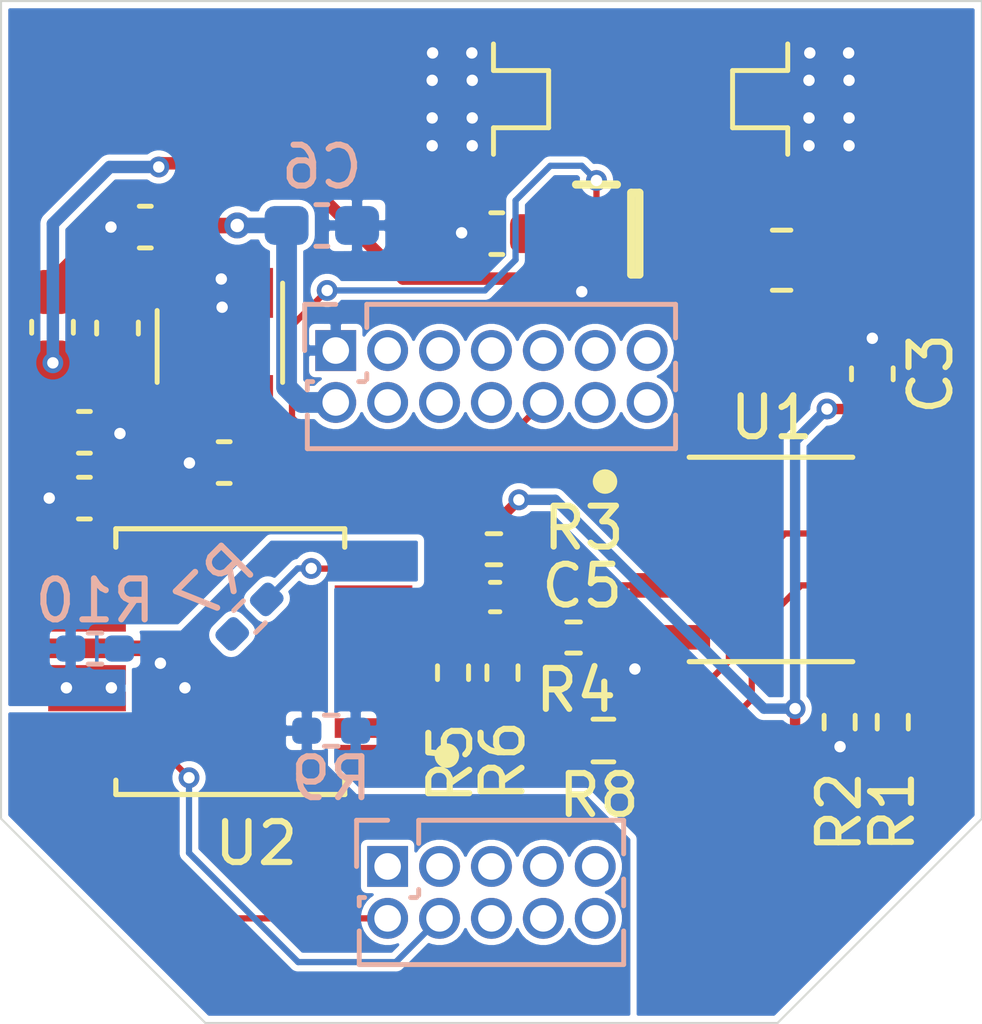
<source format=kicad_pcb>
(kicad_pcb (version 20171130) (host pcbnew "(5.1.8)-1")

  (general
    (thickness 1.6)
    (drawings 6)
    (tracks 183)
    (zones 0)
    (modules 29)
    (nets 20)
  )

  (page A4)
  (layers
    (0 F.Cu signal)
    (31 B.Cu signal)
    (32 B.Adhes user)
    (33 F.Adhes user)
    (34 B.Paste user)
    (35 F.Paste user)
    (36 B.SilkS user)
    (37 F.SilkS user)
    (38 B.Mask user)
    (39 F.Mask user)
    (40 Dwgs.User user)
    (41 Cmts.User user)
    (42 Eco1.User user)
    (43 Eco2.User user)
    (44 Edge.Cuts user)
    (45 Margin user)
    (46 B.CrtYd user hide)
    (47 F.CrtYd user hide)
    (48 B.Fab user hide)
    (49 F.Fab user hide)
  )

  (setup
    (last_trace_width 0.1524)
    (user_trace_width 0.254)
    (trace_clearance 0.1524)
    (zone_clearance 0.1524)
    (zone_45_only no)
    (trace_min 0.1524)
    (via_size 0.508)
    (via_drill 0.2794)
    (via_min_size 0.508)
    (via_min_drill 0.2794)
    (uvia_size 0.3)
    (uvia_drill 0.1)
    (uvias_allowed no)
    (uvia_min_size 0.2)
    (uvia_min_drill 0.1)
    (edge_width 0.05)
    (segment_width 0.2)
    (pcb_text_width 0.3)
    (pcb_text_size 1.5 1.5)
    (mod_edge_width 0.12)
    (mod_text_size 1 1)
    (mod_text_width 0.15)
    (pad_size 1 1)
    (pad_drill 0.65)
    (pad_to_mask_clearance 0)
    (aux_axis_origin 0 0)
    (grid_origin 125 125)
    (visible_elements 7FFFFF7F)
    (pcbplotparams
      (layerselection 0x010fc_ffffffff)
      (usegerberextensions false)
      (usegerberattributes true)
      (usegerberadvancedattributes true)
      (creategerberjobfile true)
      (excludeedgelayer true)
      (linewidth 0.100000)
      (plotframeref false)
      (viasonmask false)
      (mode 1)
      (useauxorigin false)
      (hpglpennumber 1)
      (hpglpenspeed 20)
      (hpglpendiameter 15.000000)
      (psnegative false)
      (psa4output false)
      (plotreference true)
      (plotvalue true)
      (plotinvisibletext false)
      (padsonsilk false)
      (subtractmaskfromsilk false)
      (outputformat 1)
      (mirror false)
      (drillshape 0)
      (scaleselection 1)
      (outputdirectory "Gerber/"))
  )

  (net 0 "")
  (net 1 VDD)
  (net 2 GND)
  (net 3 +3V0)
  (net 4 "Net-(C5-Pad2)")
  (net 5 "Net-(C5-Pad1)")
  (net 6 +3V3)
  (net 7 /SIG_OUT)
  (net 8 /SIG_IN)
  (net 9 GNDREF)
  (net 10 /SCL)
  (net 11 /SDA)
  (net 12 /INB_P)
  (net 13 /VIN)
  (net 14 "Net-(R5-Pad1)")
  (net 15 "Net-(R6-Pad1)")
  (net 16 "Net-(R7-Pad1)")
  (net 17 /SIG_OUT_probe)
  (net 18 "Net-(R11-Pad1)")
  (net 19 /Cali_switch)

  (net_class Default "This is the default net class."
    (clearance 0.1524)
    (trace_width 0.1524)
    (via_dia 0.508)
    (via_drill 0.2794)
    (uvia_dia 0.3)
    (uvia_drill 0.1)
    (add_net +3V0)
    (add_net +3V3)
    (add_net /Cali_switch)
    (add_net /INB_P)
    (add_net /SCL)
    (add_net /SDA)
    (add_net /SIG_IN)
    (add_net /SIG_OUT)
    (add_net /SIG_OUT_probe)
    (add_net /VIN)
    (add_net GND)
    (add_net GNDREF)
    (add_net "Net-(C5-Pad1)")
    (add_net "Net-(C5-Pad2)")
    (add_net "Net-(R11-Pad1)")
    (add_net "Net-(R5-Pad1)")
    (add_net "Net-(R6-Pad1)")
    (add_net "Net-(R7-Pad1)")
    (add_net VDD)
  )

  (module Capacitor_SMD:C_0603_1608Metric_Pad1.08x0.95mm_HandSolder (layer F.Cu) (tedit 5F68FEEF) (tstamp 6195A5CF)
    (at 132.13 105.69)
    (descr "Capacitor SMD 0603 (1608 Metric), square (rectangular) end terminal, IPC_7351 nominal with elongated pad for handsoldering. (Body size source: IPC-SM-782 page 76, https://www.pcb-3d.com/wordpress/wp-content/uploads/ipc-sm-782a_amendment_1_and_2.pdf), generated with kicad-footprint-generator")
    (tags "capacitor handsolder")
    (path /619A4E28)
    (attr smd)
    (fp_text reference C9 (at 0 -1.43) (layer F.SilkS) hide
      (effects (font (size 1 1) (thickness 0.15)))
    )
    (fp_text value 0.1uF (at 0 1.43) (layer F.Fab)
      (effects (font (size 1 1) (thickness 0.15)))
    )
    (fp_line (start -0.8 0.4) (end -0.8 -0.4) (layer F.Fab) (width 0.1))
    (fp_line (start -0.8 -0.4) (end 0.8 -0.4) (layer F.Fab) (width 0.1))
    (fp_line (start 0.8 -0.4) (end 0.8 0.4) (layer F.Fab) (width 0.1))
    (fp_line (start 0.8 0.4) (end -0.8 0.4) (layer F.Fab) (width 0.1))
    (fp_line (start -0.146267 -0.51) (end 0.146267 -0.51) (layer F.SilkS) (width 0.12))
    (fp_line (start -0.146267 0.51) (end 0.146267 0.51) (layer F.SilkS) (width 0.12))
    (fp_line (start -1.65 0.73) (end -1.65 -0.73) (layer F.CrtYd) (width 0.05))
    (fp_line (start -1.65 -0.73) (end 1.65 -0.73) (layer F.CrtYd) (width 0.05))
    (fp_line (start 1.65 -0.73) (end 1.65 0.73) (layer F.CrtYd) (width 0.05))
    (fp_line (start 1.65 0.73) (end -1.65 0.73) (layer F.CrtYd) (width 0.05))
    (fp_text user %R (at 0 0) (layer F.Fab)
      (effects (font (size 0.4 0.4) (thickness 0.06)))
    )
    (pad 2 smd roundrect (at 0.8625 0) (size 1.075 0.95) (layers F.Cu F.Paste F.Mask) (roundrect_rratio 0.25)
      (net 1 VDD))
    (pad 1 smd roundrect (at -0.8625 0) (size 1.075 0.95) (layers F.Cu F.Paste F.Mask) (roundrect_rratio 0.25)
      (net 2 GND))
    (model ${KISYS3DMOD}/Capacitor_SMD.3dshapes/C_0603_1608Metric.wrl
      (at (xyz 0 0 0))
      (scale (xyz 1 1 1))
      (rotate (xyz 0 0 0))
    )
  )

  (module SamacSys_Parts:SOT65P210X110-6N (layer F.Cu) (tedit 61284E5C) (tstamp 6195A81C)
    (at 135.52 105.69)
    (descr "6-Lead SC70")
    (tags Switch)
    (path /619706CA)
    (attr smd)
    (fp_text reference S1 (at 0 0) (layer F.SilkS) hide
      (effects (font (size 1.27 1.27) (thickness 0.254)))
    )
    (fp_text value ADG849YKSZ-REEL7 (at 0 0) (layer F.SilkS) hide
      (effects (font (size 1.27 1.27) (thickness 0.254)))
    )
    (fp_line (start -1.45 -1.2) (end -0.45 -1.2) (layer F.SilkS) (width 0.2))
    (fp_line (start -0.1 1) (end -0.1 -1) (layer F.SilkS) (width 0.2))
    (fp_line (start 0.1 1) (end -0.1 1) (layer F.SilkS) (width 0.2))
    (fp_line (start 0.1 -1) (end 0.1 1) (layer F.SilkS) (width 0.2))
    (fp_line (start -0.1 -1) (end 0.1 -1) (layer F.SilkS) (width 0.2))
    (fp_line (start -0.625 -0.35) (end 0.025 -1) (layer Dwgs.User) (width 0.1))
    (fp_line (start -0.625 1) (end -0.625 -1) (layer Dwgs.User) (width 0.1))
    (fp_line (start 0.625 1) (end -0.625 1) (layer Dwgs.User) (width 0.1))
    (fp_line (start 0.625 -1) (end 0.625 1) (layer Dwgs.User) (width 0.1))
    (fp_line (start -0.625 -1) (end 0.625 -1) (layer Dwgs.User) (width 0.1))
    (fp_line (start -1.7 1.25) (end -1.7 -1.25) (layer Dwgs.User) (width 0.05))
    (fp_line (start 1.7 1.25) (end -1.7 1.25) (layer Dwgs.User) (width 0.05))
    (fp_line (start 1.7 -1.25) (end 1.7 1.25) (layer Dwgs.User) (width 0.05))
    (fp_line (start -1.7 -1.25) (end 1.7 -1.25) (layer Dwgs.User) (width 0.05))
    (pad 6 smd rect (at 0.95 -0.65 90) (size 0.4 1) (layers F.Cu F.Paste F.Mask)
      (net 17 /SIG_OUT_probe))
    (pad 5 smd rect (at 0.95 0 90) (size 0.4 1) (layers F.Cu F.Paste F.Mask)
      (net 7 /SIG_OUT))
    (pad 4 smd rect (at 0.95 0.65 90) (size 0.4 1) (layers F.Cu F.Paste F.Mask)
      (net 18 "Net-(R11-Pad1)"))
    (pad 3 smd rect (at -0.95 0.65 90) (size 0.4 1) (layers F.Cu F.Paste F.Mask)
      (net 2 GND))
    (pad 2 smd rect (at -0.95 0 90) (size 0.4 1) (layers F.Cu F.Paste F.Mask)
      (net 1 VDD))
    (pad 1 smd rect (at -0.95 -0.65 90) (size 0.4 1) (layers F.Cu F.Paste F.Mask)
      (net 19 /Cali_switch))
  )

  (module Resistor_SMD:R_0805_2012Metric_Pad1.20x1.40mm_HandSolder (layer F.Cu) (tedit 5F68FEEE) (tstamp 6195A804)
    (at 139.1 106.34)
    (descr "Resistor SMD 0805 (2012 Metric), square (rectangular) end terminal, IPC_7351 nominal with elongated pad for handsoldering. (Body size source: IPC-SM-782 page 72, https://www.pcb-3d.com/wordpress/wp-content/uploads/ipc-sm-782a_amendment_1_and_2.pdf), generated with kicad-footprint-generator")
    (tags "resistor handsolder")
    (path /619C1F08)
    (attr smd)
    (fp_text reference R11 (at 0 -1.65) (layer F.SilkS) hide
      (effects (font (size 1 1) (thickness 0.15)))
    )
    (fp_text value 100 (at 0 1.65) (layer F.Fab)
      (effects (font (size 1 1) (thickness 0.15)))
    )
    (fp_line (start -1 0.625) (end -1 -0.625) (layer F.Fab) (width 0.1))
    (fp_line (start -1 -0.625) (end 1 -0.625) (layer F.Fab) (width 0.1))
    (fp_line (start 1 -0.625) (end 1 0.625) (layer F.Fab) (width 0.1))
    (fp_line (start 1 0.625) (end -1 0.625) (layer F.Fab) (width 0.1))
    (fp_line (start -0.227064 -0.735) (end 0.227064 -0.735) (layer F.SilkS) (width 0.12))
    (fp_line (start -0.227064 0.735) (end 0.227064 0.735) (layer F.SilkS) (width 0.12))
    (fp_line (start -1.85 0.95) (end -1.85 -0.95) (layer F.CrtYd) (width 0.05))
    (fp_line (start -1.85 -0.95) (end 1.85 -0.95) (layer F.CrtYd) (width 0.05))
    (fp_line (start 1.85 -0.95) (end 1.85 0.95) (layer F.CrtYd) (width 0.05))
    (fp_line (start 1.85 0.95) (end -1.85 0.95) (layer F.CrtYd) (width 0.05))
    (fp_text user %R (at 0 0) (layer F.Fab)
      (effects (font (size 0.5 0.5) (thickness 0.08)))
    )
    (pad 2 smd roundrect (at 1 0) (size 1.2 1.4) (layers F.Cu F.Paste F.Mask) (roundrect_rratio 0.2083325)
      (net 8 /SIG_IN))
    (pad 1 smd roundrect (at -1 0) (size 1.2 1.4) (layers F.Cu F.Paste F.Mask) (roundrect_rratio 0.2083325)
      (net 18 "Net-(R11-Pad1)"))
    (model ${KISYS3DMOD}/Resistor_SMD.3dshapes/R_0805_2012Metric.wrl
      (at (xyz 0 0 0))
      (scale (xyz 1 1 1))
      (rotate (xyz 0 0 0))
    )
  )

  (module Capacitor_SMD:C_0603_1608Metric_Pad1.08x0.95mm_HandSolder (layer F.Cu) (tedit 5F68FEEF) (tstamp 616EA3CC)
    (at 141.32 109.12 270)
    (descr "Capacitor SMD 0603 (1608 Metric), square (rectangular) end terminal, IPC_7351 nominal with elongated pad for handsoldering. (Body size source: IPC-SM-782 page 76, https://www.pcb-3d.com/wordpress/wp-content/uploads/ipc-sm-782a_amendment_1_and_2.pdf), generated with kicad-footprint-generator")
    (tags "capacitor handsolder")
    (path /619708E0)
    (attr smd)
    (fp_text reference C3 (at 0 -1.43 90) (layer F.SilkS)
      (effects (font (size 1 1) (thickness 0.15)))
    )
    (fp_text value 0.1uF (at 0 1.43 90) (layer F.Fab)
      (effects (font (size 1 1) (thickness 0.15)))
    )
    (fp_line (start -0.8 0.4) (end -0.8 -0.4) (layer F.Fab) (width 0.1))
    (fp_line (start -0.8 -0.4) (end 0.8 -0.4) (layer F.Fab) (width 0.1))
    (fp_line (start 0.8 -0.4) (end 0.8 0.4) (layer F.Fab) (width 0.1))
    (fp_line (start 0.8 0.4) (end -0.8 0.4) (layer F.Fab) (width 0.1))
    (fp_line (start -0.146267 -0.51) (end 0.146267 -0.51) (layer F.SilkS) (width 0.12))
    (fp_line (start -0.146267 0.51) (end 0.146267 0.51) (layer F.SilkS) (width 0.12))
    (fp_line (start -1.65 0.73) (end -1.65 -0.73) (layer F.CrtYd) (width 0.05))
    (fp_line (start -1.65 -0.73) (end 1.65 -0.73) (layer F.CrtYd) (width 0.05))
    (fp_line (start 1.65 -0.73) (end 1.65 0.73) (layer F.CrtYd) (width 0.05))
    (fp_line (start 1.65 0.73) (end -1.65 0.73) (layer F.CrtYd) (width 0.05))
    (fp_text user %R (at 0 0 90) (layer F.Fab)
      (effects (font (size 0.4 0.4) (thickness 0.06)))
    )
    (pad 2 smd roundrect (at 0.8625 0 270) (size 1.075 0.95) (layers F.Cu F.Paste F.Mask) (roundrect_rratio 0.25)
      (net 3 +3V0))
    (pad 1 smd roundrect (at -0.8625 0 270) (size 1.075 0.95) (layers F.Cu F.Paste F.Mask) (roundrect_rratio 0.25)
      (net 2 GND))
    (model ${KISYS3DMOD}/Capacitor_SMD.3dshapes/C_0603_1608Metric.wrl
      (at (xyz 0 0 0))
      (scale (xyz 1 1 1))
      (rotate (xyz 0 0 0))
    )
  )

  (module Resistor_SMD:R_0402_1005Metric_Pad0.72x0.64mm_HandSolder (layer B.Cu) (tedit 5F6BB9E0) (tstamp 616E3628)
    (at 122.3 115.84 180)
    (descr "Resistor SMD 0402 (1005 Metric), square (rectangular) end terminal, IPC_7351 nominal with elongated pad for handsoldering. (Body size source: IPC-SM-782 page 72, https://www.pcb-3d.com/wordpress/wp-content/uploads/ipc-sm-782a_amendment_1_and_2.pdf), generated with kicad-footprint-generator")
    (tags "resistor handsolder")
    (path /617C2F74)
    (attr smd)
    (fp_text reference R10 (at 0 1.17) (layer B.SilkS)
      (effects (font (size 1 1) (thickness 0.15)) (justify mirror))
    )
    (fp_text value 0 (at 0 -1.17) (layer B.Fab)
      (effects (font (size 1 1) (thickness 0.15)) (justify mirror))
    )
    (fp_line (start -0.525 -0.27) (end -0.525 0.27) (layer B.Fab) (width 0.1))
    (fp_line (start -0.525 0.27) (end 0.525 0.27) (layer B.Fab) (width 0.1))
    (fp_line (start 0.525 0.27) (end 0.525 -0.27) (layer B.Fab) (width 0.1))
    (fp_line (start 0.525 -0.27) (end -0.525 -0.27) (layer B.Fab) (width 0.1))
    (fp_line (start -0.167621 0.38) (end 0.167621 0.38) (layer B.SilkS) (width 0.12))
    (fp_line (start -0.167621 -0.38) (end 0.167621 -0.38) (layer B.SilkS) (width 0.12))
    (fp_line (start -1.1 -0.47) (end -1.1 0.47) (layer B.CrtYd) (width 0.05))
    (fp_line (start -1.1 0.47) (end 1.1 0.47) (layer B.CrtYd) (width 0.05))
    (fp_line (start 1.1 0.47) (end 1.1 -0.47) (layer B.CrtYd) (width 0.05))
    (fp_line (start 1.1 -0.47) (end -1.1 -0.47) (layer B.CrtYd) (width 0.05))
    (fp_text user %R (at 0 0) (layer B.Fab)
      (effects (font (size 0.26 0.26) (thickness 0.04)) (justify mirror))
    )
    (pad 2 smd roundrect (at 0.5975 0 180) (size 0.715 0.64) (layers B.Cu B.Paste B.Mask) (roundrect_rratio 0.25)
      (net 2 GND))
    (pad 1 smd roundrect (at -0.5975 0 180) (size 0.715 0.64) (layers B.Cu B.Paste B.Mask) (roundrect_rratio 0.25)
      (net 9 GNDREF))
    (model ${KISYS3DMOD}/Resistor_SMD.3dshapes/R_0402_1005Metric.wrl
      (at (xyz 0 0 0))
      (scale (xyz 1 1 1))
      (rotate (xyz 0 0 0))
    )
  )

  (module Resistor_SMD:R_0402_1005Metric_Pad0.72x0.64mm_HandSolder (layer B.Cu) (tedit 5F6BB9E0) (tstamp 616E3617)
    (at 128.08 117.85)
    (descr "Resistor SMD 0402 (1005 Metric), square (rectangular) end terminal, IPC_7351 nominal with elongated pad for handsoldering. (Body size source: IPC-SM-782 page 72, https://www.pcb-3d.com/wordpress/wp-content/uploads/ipc-sm-782a_amendment_1_and_2.pdf), generated with kicad-footprint-generator")
    (tags "resistor handsolder")
    (path /61792B44)
    (attr smd)
    (fp_text reference R9 (at 0 1.17) (layer B.SilkS)
      (effects (font (size 1 1) (thickness 0.15)) (justify mirror))
    )
    (fp_text value 0 (at 0 -1.17) (layer B.Fab)
      (effects (font (size 1 1) (thickness 0.15)) (justify mirror))
    )
    (fp_line (start -0.525 -0.27) (end -0.525 0.27) (layer B.Fab) (width 0.1))
    (fp_line (start -0.525 0.27) (end 0.525 0.27) (layer B.Fab) (width 0.1))
    (fp_line (start 0.525 0.27) (end 0.525 -0.27) (layer B.Fab) (width 0.1))
    (fp_line (start 0.525 -0.27) (end -0.525 -0.27) (layer B.Fab) (width 0.1))
    (fp_line (start -0.167621 0.38) (end 0.167621 0.38) (layer B.SilkS) (width 0.12))
    (fp_line (start -0.167621 -0.38) (end 0.167621 -0.38) (layer B.SilkS) (width 0.12))
    (fp_line (start -1.1 -0.47) (end -1.1 0.47) (layer B.CrtYd) (width 0.05))
    (fp_line (start -1.1 0.47) (end 1.1 0.47) (layer B.CrtYd) (width 0.05))
    (fp_line (start 1.1 0.47) (end 1.1 -0.47) (layer B.CrtYd) (width 0.05))
    (fp_line (start 1.1 -0.47) (end -1.1 -0.47) (layer B.CrtYd) (width 0.05))
    (fp_text user %R (at 0 0) (layer B.Fab)
      (effects (font (size 0.26 0.26) (thickness 0.04)) (justify mirror))
    )
    (pad 2 smd roundrect (at 0.5975 0) (size 0.715 0.64) (layers B.Cu B.Paste B.Mask) (roundrect_rratio 0.25)
      (net 2 GND))
    (pad 1 smd roundrect (at -0.5975 0) (size 0.715 0.64) (layers B.Cu B.Paste B.Mask) (roundrect_rratio 0.25)
      (net 9 GNDREF))
    (model ${KISYS3DMOD}/Resistor_SMD.3dshapes/R_0402_1005Metric.wrl
      (at (xyz 0 0 0))
      (scale (xyz 1 1 1))
      (rotate (xyz 0 0 0))
    )
  )

  (module Resistor_SMD:R_0402_1005Metric_Pad0.72x0.64mm_HandSolder (layer B.Cu) (tedit 5F6BB9E0) (tstamp 616E35F5)
    (at 126.08 115.06 225)
    (descr "Resistor SMD 0402 (1005 Metric), square (rectangular) end terminal, IPC_7351 nominal with elongated pad for handsoldering. (Body size source: IPC-SM-782 page 72, https://www.pcb-3d.com/wordpress/wp-content/uploads/ipc-sm-782a_amendment_1_and_2.pdf), generated with kicad-footprint-generator")
    (tags "resistor handsolder")
    (path /617E00AA)
    (attr smd)
    (fp_text reference R7 (at 0 1.17 45) (layer B.SilkS)
      (effects (font (size 1 1) (thickness 0.15)) (justify mirror))
    )
    (fp_text value NC (at 0 -1.17 45) (layer B.Fab)
      (effects (font (size 1 1) (thickness 0.15)) (justify mirror))
    )
    (fp_line (start -0.525 -0.27) (end -0.525 0.27) (layer B.Fab) (width 0.1))
    (fp_line (start -0.525 0.27) (end 0.525 0.27) (layer B.Fab) (width 0.1))
    (fp_line (start 0.525 0.27) (end 0.525 -0.27) (layer B.Fab) (width 0.1))
    (fp_line (start 0.525 -0.27) (end -0.525 -0.27) (layer B.Fab) (width 0.1))
    (fp_line (start -0.167621 0.38) (end 0.167621 0.38) (layer B.SilkS) (width 0.12))
    (fp_line (start -0.167621 -0.38) (end 0.167621 -0.38) (layer B.SilkS) (width 0.12))
    (fp_line (start -1.1 -0.47) (end -1.1 0.47) (layer B.CrtYd) (width 0.05))
    (fp_line (start -1.1 0.47) (end 1.1 0.47) (layer B.CrtYd) (width 0.05))
    (fp_line (start 1.1 0.47) (end 1.1 -0.47) (layer B.CrtYd) (width 0.05))
    (fp_line (start 1.1 -0.47) (end -1.1 -0.47) (layer B.CrtYd) (width 0.05))
    (fp_text user %R (at 0 0 45) (layer B.Fab)
      (effects (font (size 0.26 0.26) (thickness 0.04)) (justify mirror))
    )
    (pad 2 smd roundrect (at 0.5975 0 225) (size 0.715 0.64) (layers B.Cu B.Paste B.Mask) (roundrect_rratio 0.25))
    (pad 1 smd roundrect (at -0.5975 0 225) (size 0.715 0.64) (layers B.Cu B.Paste B.Mask) (roundrect_rratio 0.25)
      (net 16 "Net-(R7-Pad1)"))
    (model ${KISYS3DMOD}/Resistor_SMD.3dshapes/R_0402_1005Metric.wrl
      (at (xyz 0 0 0))
      (scale (xyz 1 1 1))
      (rotate (xyz 0 0 0))
    )
  )

  (module Resistor_SMD:R_0402_1005Metric_Pad0.72x0.64mm_HandSolder (layer F.Cu) (tedit 5F6BB9E0) (tstamp 616E35E4)
    (at 132.27 116.43 90)
    (descr "Resistor SMD 0402 (1005 Metric), square (rectangular) end terminal, IPC_7351 nominal with elongated pad for handsoldering. (Body size source: IPC-SM-782 page 72, https://www.pcb-3d.com/wordpress/wp-content/uploads/ipc-sm-782a_amendment_1_and_2.pdf), generated with kicad-footprint-generator")
    (tags "resistor handsolder")
    (path /616F7294)
    (attr smd)
    (fp_text reference R6 (at -2.16 0.01 90) (layer F.SilkS)
      (effects (font (size 1 1) (thickness 0.15)))
    )
    (fp_text value 20K (at 0 1.17 90) (layer F.Fab)
      (effects (font (size 1 1) (thickness 0.15)))
    )
    (fp_line (start -0.525 0.27) (end -0.525 -0.27) (layer F.Fab) (width 0.1))
    (fp_line (start -0.525 -0.27) (end 0.525 -0.27) (layer F.Fab) (width 0.1))
    (fp_line (start 0.525 -0.27) (end 0.525 0.27) (layer F.Fab) (width 0.1))
    (fp_line (start 0.525 0.27) (end -0.525 0.27) (layer F.Fab) (width 0.1))
    (fp_line (start -0.167621 -0.38) (end 0.167621 -0.38) (layer F.SilkS) (width 0.12))
    (fp_line (start -0.167621 0.38) (end 0.167621 0.38) (layer F.SilkS) (width 0.12))
    (fp_line (start -1.1 0.47) (end -1.1 -0.47) (layer F.CrtYd) (width 0.05))
    (fp_line (start -1.1 -0.47) (end 1.1 -0.47) (layer F.CrtYd) (width 0.05))
    (fp_line (start 1.1 -0.47) (end 1.1 0.47) (layer F.CrtYd) (width 0.05))
    (fp_line (start 1.1 0.47) (end -1.1 0.47) (layer F.CrtYd) (width 0.05))
    (fp_text user %R (at 0 0 90) (layer F.Fab)
      (effects (font (size 0.26 0.26) (thickness 0.04)))
    )
    (pad 2 smd roundrect (at 0.5975 0 90) (size 0.715 0.64) (layers F.Cu F.Paste F.Mask) (roundrect_rratio 0.25)
      (net 13 /VIN))
    (pad 1 smd roundrect (at -0.5975 0 90) (size 0.715 0.64) (layers F.Cu F.Paste F.Mask) (roundrect_rratio 0.25)
      (net 15 "Net-(R6-Pad1)"))
    (model ${KISYS3DMOD}/Resistor_SMD.3dshapes/R_0402_1005Metric.wrl
      (at (xyz 0 0 0))
      (scale (xyz 1 1 1))
      (rotate (xyz 0 0 0))
    )
  )

  (module Resistor_SMD:R_0402_1005Metric_Pad0.72x0.64mm_HandSolder (layer F.Cu) (tedit 5F6BB9E0) (tstamp 616E35D3)
    (at 131.06 116.43 90)
    (descr "Resistor SMD 0402 (1005 Metric), square (rectangular) end terminal, IPC_7351 nominal with elongated pad for handsoldering. (Body size source: IPC-SM-782 page 72, https://www.pcb-3d.com/wordpress/wp-content/uploads/ipc-sm-782a_amendment_1_and_2.pdf), generated with kicad-footprint-generator")
    (tags "resistor handsolder")
    (path /616DB5DE)
    (attr smd)
    (fp_text reference R5 (at -2.21 -0.06 90) (layer F.SilkS)
      (effects (font (size 1 1) (thickness 0.15)))
    )
    (fp_text value 20k (at 0 1.17 90) (layer F.Fab)
      (effects (font (size 1 1) (thickness 0.15)))
    )
    (fp_line (start -0.525 0.27) (end -0.525 -0.27) (layer F.Fab) (width 0.1))
    (fp_line (start -0.525 -0.27) (end 0.525 -0.27) (layer F.Fab) (width 0.1))
    (fp_line (start 0.525 -0.27) (end 0.525 0.27) (layer F.Fab) (width 0.1))
    (fp_line (start 0.525 0.27) (end -0.525 0.27) (layer F.Fab) (width 0.1))
    (fp_line (start -0.167621 -0.38) (end 0.167621 -0.38) (layer F.SilkS) (width 0.12))
    (fp_line (start -0.167621 0.38) (end 0.167621 0.38) (layer F.SilkS) (width 0.12))
    (fp_line (start -1.1 0.47) (end -1.1 -0.47) (layer F.CrtYd) (width 0.05))
    (fp_line (start -1.1 -0.47) (end 1.1 -0.47) (layer F.CrtYd) (width 0.05))
    (fp_line (start 1.1 -0.47) (end 1.1 0.47) (layer F.CrtYd) (width 0.05))
    (fp_line (start 1.1 0.47) (end -1.1 0.47) (layer F.CrtYd) (width 0.05))
    (fp_text user %R (at 0 0 90) (layer F.Fab)
      (effects (font (size 0.26 0.26) (thickness 0.04)))
    )
    (pad 2 smd roundrect (at 0.5975 0 90) (size 0.715 0.64) (layers F.Cu F.Paste F.Mask) (roundrect_rratio 0.25)
      (net 13 /VIN))
    (pad 1 smd roundrect (at -0.5975 0 90) (size 0.715 0.64) (layers F.Cu F.Paste F.Mask) (roundrect_rratio 0.25)
      (net 14 "Net-(R5-Pad1)"))
    (model ${KISYS3DMOD}/Resistor_SMD.3dshapes/R_0402_1005Metric.wrl
      (at (xyz 0 0 0))
      (scale (xyz 1 1 1))
      (rotate (xyz 0 0 0))
    )
  )

  (module Resistor_SMD:R_0402_1005Metric_Pad0.72x0.64mm_HandSolder (layer F.Cu) (tedit 5F6BB9E0) (tstamp 616E35C2)
    (at 134.01 115.57 180)
    (descr "Resistor SMD 0402 (1005 Metric), square (rectangular) end terminal, IPC_7351 nominal with elongated pad for handsoldering. (Body size source: IPC-SM-782 page 72, https://www.pcb-3d.com/wordpress/wp-content/uploads/ipc-sm-782a_amendment_1_and_2.pdf), generated with kicad-footprint-generator")
    (tags "resistor handsolder")
    (path /616E5526)
    (attr smd)
    (fp_text reference R4 (at -0.06 -1.29) (layer F.SilkS)
      (effects (font (size 1 1) (thickness 0.15)))
    )
    (fp_text value 49.9k (at 0 1.17) (layer F.Fab)
      (effects (font (size 1 1) (thickness 0.15)))
    )
    (fp_line (start -0.525 0.27) (end -0.525 -0.27) (layer F.Fab) (width 0.1))
    (fp_line (start -0.525 -0.27) (end 0.525 -0.27) (layer F.Fab) (width 0.1))
    (fp_line (start 0.525 -0.27) (end 0.525 0.27) (layer F.Fab) (width 0.1))
    (fp_line (start 0.525 0.27) (end -0.525 0.27) (layer F.Fab) (width 0.1))
    (fp_line (start -0.167621 -0.38) (end 0.167621 -0.38) (layer F.SilkS) (width 0.12))
    (fp_line (start -0.167621 0.38) (end 0.167621 0.38) (layer F.SilkS) (width 0.12))
    (fp_line (start -1.1 0.47) (end -1.1 -0.47) (layer F.CrtYd) (width 0.05))
    (fp_line (start -1.1 -0.47) (end 1.1 -0.47) (layer F.CrtYd) (width 0.05))
    (fp_line (start 1.1 -0.47) (end 1.1 0.47) (layer F.CrtYd) (width 0.05))
    (fp_line (start 1.1 0.47) (end -1.1 0.47) (layer F.CrtYd) (width 0.05))
    (fp_text user %R (at 0 0) (layer F.Fab)
      (effects (font (size 0.26 0.26) (thickness 0.04)))
    )
    (pad 2 smd roundrect (at 0.5975 0 180) (size 0.715 0.64) (layers F.Cu F.Paste F.Mask) (roundrect_rratio 0.25)
      (net 5 "Net-(C5-Pad1)"))
    (pad 1 smd roundrect (at -0.5975 0 180) (size 0.715 0.64) (layers F.Cu F.Paste F.Mask) (roundrect_rratio 0.25)
      (net 2 GND))
    (model ${KISYS3DMOD}/Resistor_SMD.3dshapes/R_0402_1005Metric.wrl
      (at (xyz 0 0 0))
      (scale (xyz 1 1 1))
      (rotate (xyz 0 0 0))
    )
  )

  (module Resistor_SMD:R_0402_1005Metric_Pad0.72x0.64mm_HandSolder (layer F.Cu) (tedit 5F6BB9E0) (tstamp 616E35B1)
    (at 132.06 113.41 180)
    (descr "Resistor SMD 0402 (1005 Metric), square (rectangular) end terminal, IPC_7351 nominal with elongated pad for handsoldering. (Body size source: IPC-SM-782 page 72, https://www.pcb-3d.com/wordpress/wp-content/uploads/ipc-sm-782a_amendment_1_and_2.pdf), generated with kicad-footprint-generator")
    (tags "resistor handsolder")
    (path /616E4168)
    (attr smd)
    (fp_text reference R3 (at -2.2 0.52) (layer F.SilkS)
      (effects (font (size 1 1) (thickness 0.15)))
    )
    (fp_text value 49.9k (at 0 1.17) (layer F.Fab)
      (effects (font (size 1 1) (thickness 0.15)))
    )
    (fp_line (start -0.525 0.27) (end -0.525 -0.27) (layer F.Fab) (width 0.1))
    (fp_line (start -0.525 -0.27) (end 0.525 -0.27) (layer F.Fab) (width 0.1))
    (fp_line (start 0.525 -0.27) (end 0.525 0.27) (layer F.Fab) (width 0.1))
    (fp_line (start 0.525 0.27) (end -0.525 0.27) (layer F.Fab) (width 0.1))
    (fp_line (start -0.167621 -0.38) (end 0.167621 -0.38) (layer F.SilkS) (width 0.12))
    (fp_line (start -0.167621 0.38) (end 0.167621 0.38) (layer F.SilkS) (width 0.12))
    (fp_line (start -1.1 0.47) (end -1.1 -0.47) (layer F.CrtYd) (width 0.05))
    (fp_line (start -1.1 -0.47) (end 1.1 -0.47) (layer F.CrtYd) (width 0.05))
    (fp_line (start 1.1 -0.47) (end 1.1 0.47) (layer F.CrtYd) (width 0.05))
    (fp_line (start 1.1 0.47) (end -1.1 0.47) (layer F.CrtYd) (width 0.05))
    (fp_text user %R (at 0 0) (layer F.Fab)
      (effects (font (size 0.26 0.26) (thickness 0.04)))
    )
    (pad 2 smd roundrect (at 0.5975 0 180) (size 0.715 0.64) (layers F.Cu F.Paste F.Mask) (roundrect_rratio 0.25)
      (net 3 +3V0))
    (pad 1 smd roundrect (at -0.5975 0 180) (size 0.715 0.64) (layers F.Cu F.Paste F.Mask) (roundrect_rratio 0.25)
      (net 5 "Net-(C5-Pad1)"))
    (model ${KISYS3DMOD}/Resistor_SMD.3dshapes/R_0402_1005Metric.wrl
      (at (xyz 0 0 0))
      (scale (xyz 1 1 1))
      (rotate (xyz 0 0 0))
    )
  )

  (module Resistor_SMD:R_0402_1005Metric_Pad0.72x0.64mm_HandSolder (layer F.Cu) (tedit 5F6BB9E0) (tstamp 616E35A0)
    (at 140.52 117.64 90)
    (descr "Resistor SMD 0402 (1005 Metric), square (rectangular) end terminal, IPC_7351 nominal with elongated pad for handsoldering. (Body size source: IPC-SM-782 page 72, https://www.pcb-3d.com/wordpress/wp-content/uploads/ipc-sm-782a_amendment_1_and_2.pdf), generated with kicad-footprint-generator")
    (tags "resistor handsolder")
    (path /61706587)
    (attr smd)
    (fp_text reference R2 (at -2.2 -0.01 90) (layer F.SilkS)
      (effects (font (size 1 1) (thickness 0.15)))
    )
    (fp_text value 49.9k (at 0 1.17 90) (layer F.Fab)
      (effects (font (size 1 1) (thickness 0.15)))
    )
    (fp_line (start -0.525 0.27) (end -0.525 -0.27) (layer F.Fab) (width 0.1))
    (fp_line (start -0.525 -0.27) (end 0.525 -0.27) (layer F.Fab) (width 0.1))
    (fp_line (start 0.525 -0.27) (end 0.525 0.27) (layer F.Fab) (width 0.1))
    (fp_line (start 0.525 0.27) (end -0.525 0.27) (layer F.Fab) (width 0.1))
    (fp_line (start -0.167621 -0.38) (end 0.167621 -0.38) (layer F.SilkS) (width 0.12))
    (fp_line (start -0.167621 0.38) (end 0.167621 0.38) (layer F.SilkS) (width 0.12))
    (fp_line (start -1.1 0.47) (end -1.1 -0.47) (layer F.CrtYd) (width 0.05))
    (fp_line (start -1.1 -0.47) (end 1.1 -0.47) (layer F.CrtYd) (width 0.05))
    (fp_line (start 1.1 -0.47) (end 1.1 0.47) (layer F.CrtYd) (width 0.05))
    (fp_line (start 1.1 0.47) (end -1.1 0.47) (layer F.CrtYd) (width 0.05))
    (fp_text user %R (at 0 0 90) (layer F.Fab)
      (effects (font (size 0.26 0.26) (thickness 0.04)))
    )
    (pad 2 smd roundrect (at 0.5975 0 90) (size 0.715 0.64) (layers F.Cu F.Paste F.Mask) (roundrect_rratio 0.25)
      (net 12 /INB_P))
    (pad 1 smd roundrect (at -0.5975 0 90) (size 0.715 0.64) (layers F.Cu F.Paste F.Mask) (roundrect_rratio 0.25)
      (net 2 GND))
    (model ${KISYS3DMOD}/Resistor_SMD.3dshapes/R_0402_1005Metric.wrl
      (at (xyz 0 0 0))
      (scale (xyz 1 1 1))
      (rotate (xyz 0 0 0))
    )
  )

  (module Resistor_SMD:R_0402_1005Metric_Pad0.72x0.64mm_HandSolder (layer F.Cu) (tedit 5F6BB9E0) (tstamp 616E358F)
    (at 141.82 117.64 270)
    (descr "Resistor SMD 0402 (1005 Metric), square (rectangular) end terminal, IPC_7351 nominal with elongated pad for handsoldering. (Body size source: IPC-SM-782 page 72, https://www.pcb-3d.com/wordpress/wp-content/uploads/ipc-sm-782a_amendment_1_and_2.pdf), generated with kicad-footprint-generator")
    (tags "resistor handsolder")
    (path /61705A85)
    (attr smd)
    (fp_text reference R1 (at 2.19 0.01 90) (layer F.SilkS)
      (effects (font (size 1 1) (thickness 0.15)))
    )
    (fp_text value 49.9k (at 0 1.17 90) (layer F.Fab)
      (effects (font (size 1 1) (thickness 0.15)))
    )
    (fp_line (start -0.525 0.27) (end -0.525 -0.27) (layer F.Fab) (width 0.1))
    (fp_line (start -0.525 -0.27) (end 0.525 -0.27) (layer F.Fab) (width 0.1))
    (fp_line (start 0.525 -0.27) (end 0.525 0.27) (layer F.Fab) (width 0.1))
    (fp_line (start 0.525 0.27) (end -0.525 0.27) (layer F.Fab) (width 0.1))
    (fp_line (start -0.167621 -0.38) (end 0.167621 -0.38) (layer F.SilkS) (width 0.12))
    (fp_line (start -0.167621 0.38) (end 0.167621 0.38) (layer F.SilkS) (width 0.12))
    (fp_line (start -1.1 0.47) (end -1.1 -0.47) (layer F.CrtYd) (width 0.05))
    (fp_line (start -1.1 -0.47) (end 1.1 -0.47) (layer F.CrtYd) (width 0.05))
    (fp_line (start 1.1 -0.47) (end 1.1 0.47) (layer F.CrtYd) (width 0.05))
    (fp_line (start 1.1 0.47) (end -1.1 0.47) (layer F.CrtYd) (width 0.05))
    (fp_text user %R (at 0 0 90) (layer F.Fab)
      (effects (font (size 0.26 0.26) (thickness 0.04)))
    )
    (pad 2 smd roundrect (at 0.5975 0 270) (size 0.715 0.64) (layers F.Cu F.Paste F.Mask) (roundrect_rratio 0.25)
      (net 3 +3V0))
    (pad 1 smd roundrect (at -0.5975 0 270) (size 0.715 0.64) (layers F.Cu F.Paste F.Mask) (roundrect_rratio 0.25)
      (net 12 /INB_P))
    (model ${KISYS3DMOD}/Resistor_SMD.3dshapes/R_0402_1005Metric.wrl
      (at (xyz 0 0 0))
      (scale (xyz 1 1 1))
      (rotate (xyz 0 0 0))
    )
  )

  (module Capacitor_SMD:C_0402_1005Metric_Pad0.74x0.62mm_HandSolder (layer F.Cu) (tedit 5F6BB22C) (tstamp 616E5CDC)
    (at 132.09 114.58 180)
    (descr "Capacitor SMD 0402 (1005 Metric), square (rectangular) end terminal, IPC_7351 nominal with elongated pad for handsoldering. (Body size source: IPC-SM-782 page 76, https://www.pcb-3d.com/wordpress/wp-content/uploads/ipc-sm-782a_amendment_1_and_2.pdf), generated with kicad-footprint-generator")
    (tags "capacitor handsolder")
    (path /616E2B37)
    (attr smd)
    (fp_text reference C5 (at -2.13 0.27) (layer F.SilkS)
      (effects (font (size 1 1) (thickness 0.15)))
    )
    (fp_text value 47nF (at 0 1.16) (layer F.Fab)
      (effects (font (size 1 1) (thickness 0.15)))
    )
    (fp_line (start -0.5 0.25) (end -0.5 -0.25) (layer F.Fab) (width 0.1))
    (fp_line (start -0.5 -0.25) (end 0.5 -0.25) (layer F.Fab) (width 0.1))
    (fp_line (start 0.5 -0.25) (end 0.5 0.25) (layer F.Fab) (width 0.1))
    (fp_line (start 0.5 0.25) (end -0.5 0.25) (layer F.Fab) (width 0.1))
    (fp_line (start -0.115835 -0.36) (end 0.115835 -0.36) (layer F.SilkS) (width 0.12))
    (fp_line (start -0.115835 0.36) (end 0.115835 0.36) (layer F.SilkS) (width 0.12))
    (fp_line (start -1.08 0.46) (end -1.08 -0.46) (layer F.CrtYd) (width 0.05))
    (fp_line (start -1.08 -0.46) (end 1.08 -0.46) (layer F.CrtYd) (width 0.05))
    (fp_line (start 1.08 -0.46) (end 1.08 0.46) (layer F.CrtYd) (width 0.05))
    (fp_line (start 1.08 0.46) (end -1.08 0.46) (layer F.CrtYd) (width 0.05))
    (fp_text user %R (at 0 0) (layer F.Fab)
      (effects (font (size 0.25 0.25) (thickness 0.04)))
    )
    (pad 2 smd roundrect (at 0.5675 0 180) (size 0.735 0.62) (layers F.Cu F.Paste F.Mask) (roundrect_rratio 0.25)
      (net 4 "Net-(C5-Pad2)"))
    (pad 1 smd roundrect (at -0.5675 0 180) (size 0.735 0.62) (layers F.Cu F.Paste F.Mask) (roundrect_rratio 0.25)
      (net 5 "Net-(C5-Pad1)"))
    (model ${KISYS3DMOD}/Capacitor_SMD.3dshapes/C_0402_1005Metric.wrl
      (at (xyz 0 0 0))
      (scale (xyz 1 1 1))
      (rotate (xyz 0 0 0))
    )
  )

  (module Package_TO_SOT_SMD:TSOT-23-5 (layer F.Cu) (tedit 5A02FF57) (tstamp 616E36B3)
    (at 125.38 108.45 270)
    (descr "5-pin TSOT23 package, http://cds.linear.com/docs/en/packaging/SOT_5_05-08-1635.pdf")
    (tags TSOT-23-5)
    (path /617139B6)
    (attr smd)
    (fp_text reference U3 (at -2.31 -2.48 90) (layer F.SilkS) hide
      (effects (font (size 1 1) (thickness 0.15)))
    )
    (fp_text value ADP150AUJZ-3.0-R7 (at 0 2.5 90) (layer F.Fab)
      (effects (font (size 1 1) (thickness 0.15)))
    )
    (fp_line (start -0.88 1.56) (end 0.88 1.56) (layer F.SilkS) (width 0.12))
    (fp_line (start 0.88 -1.51) (end -1.55 -1.51) (layer F.SilkS) (width 0.12))
    (fp_line (start -0.88 -1) (end -0.43 -1.45) (layer F.Fab) (width 0.1))
    (fp_line (start 0.88 -1.45) (end -0.43 -1.45) (layer F.Fab) (width 0.1))
    (fp_line (start -0.88 -1) (end -0.88 1.45) (layer F.Fab) (width 0.1))
    (fp_line (start 0.88 1.45) (end -0.88 1.45) (layer F.Fab) (width 0.1))
    (fp_line (start 0.88 -1.45) (end 0.88 1.45) (layer F.Fab) (width 0.1))
    (fp_line (start -2.17 -1.7) (end 2.17 -1.7) (layer F.CrtYd) (width 0.05))
    (fp_line (start -2.17 -1.7) (end -2.17 1.7) (layer F.CrtYd) (width 0.05))
    (fp_line (start 2.17 1.7) (end 2.17 -1.7) (layer F.CrtYd) (width 0.05))
    (fp_line (start 2.17 1.7) (end -2.17 1.7) (layer F.CrtYd) (width 0.05))
    (fp_text user %R (at 0 0) (layer F.Fab)
      (effects (font (size 0.5 0.5) (thickness 0.075)))
    )
    (pad 5 smd rect (at 1.31 -0.95 270) (size 1.22 0.65) (layers F.Cu F.Paste F.Mask)
      (net 3 +3V0))
    (pad 4 smd rect (at 1.31 0.95 270) (size 1.22 0.65) (layers F.Cu F.Paste F.Mask))
    (pad 3 smd rect (at -1.31 0.95 270) (size 1.22 0.65) (layers F.Cu F.Paste F.Mask)
      (net 6 +3V3))
    (pad 2 smd rect (at -1.31 0 270) (size 1.22 0.65) (layers F.Cu F.Paste F.Mask)
      (net 2 GND))
    (pad 1 smd rect (at -1.31 -0.95 270) (size 1.22 0.65) (layers F.Cu F.Paste F.Mask)
      (net 6 +3V3))
    (model ${KISYS3DMOD}/Package_TO_SOT_SMD.3dshapes/TSOT-23-5.wrl
      (at (xyz 0 0 0))
      (scale (xyz 1 1 1))
      (rotate (xyz 0 0 0))
    )
  )

  (module Mylib:SOIC127P600X175-8N (layer F.Cu) (tedit 5FEA8A09) (tstamp 616EAA5E)
    (at 138.84 113.66)
    (path /616ECB30)
    (fp_text reference U1 (at 0.02 -3.47) (layer F.SilkS)
      (effects (font (size 1.000472 1.000472) (thickness 0.15)))
    )
    (fp_text value AD8606ARZ (at 7.75359 3.81324) (layer F.Fab)
      (effects (font (size 1.00085 1.00085) (thickness 0.015)))
    )
    (fp_circle (center -4.061 -1.905) (end -3.911 -1.905) (layer F.SilkS) (width 0.3))
    (fp_line (start -2 -2.5) (end 2 -2.5) (layer F.Fab) (width 0.127))
    (fp_line (start -2 2.5) (end 2 2.5) (layer F.Fab) (width 0.127))
    (fp_line (start -2 -2.5) (end 2 -2.5) (layer F.SilkS) (width 0.127))
    (fp_line (start -2 2.5) (end 2 2.5) (layer F.SilkS) (width 0.127))
    (fp_line (start -2 -2.5) (end -2 2.5) (layer F.Fab) (width 0.127))
    (fp_line (start 2 -2.5) (end 2 2.5) (layer F.Fab) (width 0.127))
    (fp_line (start -3.71 -2.75) (end 3.71 -2.75) (layer F.CrtYd) (width 0.05))
    (fp_line (start -3.71 2.75) (end 3.71 2.75) (layer F.CrtYd) (width 0.05))
    (fp_line (start -3.71 -2.75) (end -3.71 2.75) (layer F.CrtYd) (width 0.05))
    (fp_line (start 3.71 -2.75) (end 3.71 2.75) (layer F.CrtYd) (width 0.05))
    (pad 8 smd rect (at 2.475 -1.905) (size 1.97 0.6) (layers F.Cu F.Paste F.Mask)
      (net 3 +3V0))
    (pad 7 smd rect (at 2.475 -0.635) (size 1.97 0.6) (layers F.Cu F.Paste F.Mask)
      (net 15 "Net-(R6-Pad1)"))
    (pad 6 smd rect (at 2.475 0.635) (size 1.97 0.6) (layers F.Cu F.Paste F.Mask)
      (net 8 /SIG_IN))
    (pad 5 smd rect (at 2.475 1.905) (size 1.97 0.6) (layers F.Cu F.Paste F.Mask)
      (net 12 /INB_P))
    (pad 4 smd rect (at -2.475 1.905) (size 1.97 0.6) (layers F.Cu F.Paste F.Mask)
      (net 2 GND))
    (pad 3 smd rect (at -2.475 0.635) (size 1.97 0.6) (layers F.Cu F.Paste F.Mask)
      (net 5 "Net-(C5-Pad1)"))
    (pad 2 smd rect (at -2.475 -0.635) (size 1.97 0.6) (layers F.Cu F.Paste F.Mask)
      (net 7 /SIG_OUT))
    (pad 1 smd rect (at -2.475 -1.905) (size 1.97 0.6) (layers F.Cu F.Paste F.Mask)
      (net 7 /SIG_OUT))
    (model C:/DATA/Software/KiCAD/Libs/libs/Mylib/3D_model/AD8606ARZ.step
      (at (xyz 0 0 0))
      (scale (xyz 1 1 1))
      (rotate (xyz 0 0 0))
    )
  )

  (module Resistor_SMD:R_0603_1608Metric_Pad0.98x0.95mm_HandSolder (layer F.Cu) (tedit 5F68FEEE) (tstamp 616E3606)
    (at 134.74 118.09 180)
    (descr "Resistor SMD 0603 (1608 Metric), square (rectangular) end terminal, IPC_7351 nominal with elongated pad for handsoldering. (Body size source: IPC-SM-782 page 72, https://www.pcb-3d.com/wordpress/wp-content/uploads/ipc-sm-782a_amendment_1_and_2.pdf), generated with kicad-footprint-generator")
    (tags "resistor handsolder")
    (path /616F8B88)
    (attr smd)
    (fp_text reference R8 (at 0.11 -1.34) (layer F.SilkS)
      (effects (font (size 1 1) (thickness 0.15)))
    )
    (fp_text value 20K (at 0 1.43) (layer F.Fab)
      (effects (font (size 1 1) (thickness 0.15)))
    )
    (fp_line (start -0.8 0.4125) (end -0.8 -0.4125) (layer F.Fab) (width 0.1))
    (fp_line (start -0.8 -0.4125) (end 0.8 -0.4125) (layer F.Fab) (width 0.1))
    (fp_line (start 0.8 -0.4125) (end 0.8 0.4125) (layer F.Fab) (width 0.1))
    (fp_line (start 0.8 0.4125) (end -0.8 0.4125) (layer F.Fab) (width 0.1))
    (fp_line (start -0.254724 -0.5225) (end 0.254724 -0.5225) (layer F.SilkS) (width 0.12))
    (fp_line (start -0.254724 0.5225) (end 0.254724 0.5225) (layer F.SilkS) (width 0.12))
    (fp_line (start -1.65 0.73) (end -1.65 -0.73) (layer F.CrtYd) (width 0.05))
    (fp_line (start -1.65 -0.73) (end 1.65 -0.73) (layer F.CrtYd) (width 0.05))
    (fp_line (start 1.65 -0.73) (end 1.65 0.73) (layer F.CrtYd) (width 0.05))
    (fp_line (start 1.65 0.73) (end -1.65 0.73) (layer F.CrtYd) (width 0.05))
    (fp_text user %R (at 0 0) (layer F.Fab)
      (effects (font (size 0.4 0.4) (thickness 0.06)))
    )
    (pad 2 smd roundrect (at 0.9125 0 180) (size 0.975 0.95) (layers F.Cu F.Paste F.Mask) (roundrect_rratio 0.25)
      (net 15 "Net-(R6-Pad1)"))
    (pad 1 smd roundrect (at -0.9125 0 180) (size 0.975 0.95) (layers F.Cu F.Paste F.Mask) (roundrect_rratio 0.25)
      (net 8 /SIG_IN))
    (model ${KISYS3DMOD}/Resistor_SMD.3dshapes/R_0603_1608Metric.wrl
      (at (xyz 0 0 0))
      (scale (xyz 1 1 1))
      (rotate (xyz 0 0 0))
    )
  )

  (module Connector_PinHeader_1.27mm:PinHeader_2x05_P1.27mm_Vertical (layer B.Cu) (tedit 59FED6E3) (tstamp 616E426E)
    (at 129.46 121.17 270)
    (descr "Through hole straight pin header, 2x05, 1.27mm pitch, double rows")
    (tags "Through hole pin header THT 2x05 1.27mm double row")
    (path /616E477E)
    (fp_text reference J4 (at 0.635 1.695 270) (layer B.SilkS) hide
      (effects (font (size 1 1) (thickness 0.15)) (justify mirror))
    )
    (fp_text value 20021321-00010C4LF (at 0.635 -6.775 270) (layer B.Fab) hide
      (effects (font (size 1 1) (thickness 0.15)) (justify mirror))
    )
    (fp_line (start -0.2175 0.635) (end 2.34 0.635) (layer B.Fab) (width 0.1))
    (fp_line (start 2.34 0.635) (end 2.34 -5.715) (layer B.Fab) (width 0.1))
    (fp_line (start 2.34 -5.715) (end -1.07 -5.715) (layer B.Fab) (width 0.1))
    (fp_line (start -1.07 -5.715) (end -1.07 -0.2175) (layer B.Fab) (width 0.1))
    (fp_line (start -1.07 -0.2175) (end -0.2175 0.635) (layer B.Fab) (width 0.1))
    (fp_line (start -1.13 -5.775) (end -0.30753 -5.775) (layer B.SilkS) (width 0.12))
    (fp_line (start 1.57753 -5.775) (end 2.4 -5.775) (layer B.SilkS) (width 0.12))
    (fp_line (start 0.30753 -5.775) (end 0.96247 -5.775) (layer B.SilkS) (width 0.12))
    (fp_line (start -1.13 -0.76) (end -1.13 -5.775) (layer B.SilkS) (width 0.12))
    (fp_line (start 2.4 0.695) (end 2.4 -5.775) (layer B.SilkS) (width 0.12))
    (fp_line (start -1.13 -0.76) (end -0.563471 -0.76) (layer B.SilkS) (width 0.12))
    (fp_line (start 0.563471 -0.76) (end 0.706529 -0.76) (layer B.SilkS) (width 0.12))
    (fp_line (start 0.76 -0.706529) (end 0.76 -0.563471) (layer B.SilkS) (width 0.12))
    (fp_line (start 0.76 0.563471) (end 0.76 0.695) (layer B.SilkS) (width 0.12))
    (fp_line (start 0.76 0.695) (end 0.96247 0.695) (layer B.SilkS) (width 0.12))
    (fp_line (start 1.57753 0.695) (end 2.4 0.695) (layer B.SilkS) (width 0.12))
    (fp_line (start -1.13 0) (end -1.13 0.76) (layer B.SilkS) (width 0.12))
    (fp_line (start -1.13 0.76) (end 0 0.76) (layer B.SilkS) (width 0.12))
    (fp_line (start -1.6 1.15) (end -1.6 -6.25) (layer B.CrtYd) (width 0.05))
    (fp_line (start -1.6 -6.25) (end 2.85 -6.25) (layer B.CrtYd) (width 0.05))
    (fp_line (start 2.85 -6.25) (end 2.85 1.15) (layer B.CrtYd) (width 0.05))
    (fp_line (start 2.85 1.15) (end -1.6 1.15) (layer B.CrtYd) (width 0.05))
    (fp_text user %R (at 0.635 -2.54) (layer B.Fab)
      (effects (font (size 1 1) (thickness 0.15)) (justify mirror))
    )
    (pad 10 thru_hole oval (at 1.27 -5.08 270) (size 1 1) (drill 0.65) (layers *.Cu *.Mask))
    (pad 9 thru_hole oval (at 0 -5.08 270) (size 1 1) (drill 0.65) (layers *.Cu *.Mask))
    (pad 8 thru_hole oval (at 1.27 -3.81 270) (size 1 1) (drill 0.65) (layers *.Cu *.Mask))
    (pad 7 thru_hole oval (at 0 -3.81 270) (size 1 1) (drill 0.65) (layers *.Cu *.Mask))
    (pad 6 thru_hole oval (at 1.27 -2.54 270) (size 1 1) (drill 0.65) (layers *.Cu *.Mask))
    (pad 5 thru_hole oval (at 0 -2.54 270) (size 1 1) (drill 0.65) (layers *.Cu *.Mask))
    (pad 4 thru_hole oval (at 1.27 -1.27 270) (size 1 1) (drill 0.65) (layers *.Cu *.Mask)
      (net 11 /SDA))
    (pad 3 thru_hole oval (at 0 -1.27 270) (size 1 1) (drill 0.65) (layers *.Cu *.Mask))
    (pad 2 thru_hole oval (at 1.27 0 270) (size 1 1) (drill 0.65) (layers *.Cu *.Mask)
      (net 10 /SCL))
    (pad 1 thru_hole rect (at 0 0 270) (size 1 1) (drill 0.65) (layers *.Cu *.Mask))
    (model ${KISYS3DMOD}/Connector_PinHeader_1.27mm.3dshapes/PinHeader_2x05_P1.27mm_Vertical.wrl
      (at (xyz 0 0 0))
      (scale (xyz 1 1 1))
      (rotate (xyz 0 0 0))
    )
  )

  (module Connector_PinHeader_1.27mm:PinHeader_2x07_P1.27mm_Vertical (layer B.Cu) (tedit 59FED6E3) (tstamp 616E4D18)
    (at 128.19 108.55 270)
    (descr "Through hole straight pin header, 2x07, 1.27mm pitch, double rows")
    (tags "Through hole pin header THT 2x07 1.27mm double row")
    (path /616F0997)
    (fp_text reference J3 (at 0.635 1.695 270) (layer B.SilkS) hide
      (effects (font (size 1 1) (thickness 0.15)) (justify mirror))
    )
    (fp_text value 20021321-00014C1LF (at 0.635 -9.315 270) (layer B.Fab)
      (effects (font (size 1 1) (thickness 0.15)) (justify mirror))
    )
    (fp_line (start -0.2175 0.635) (end 2.34 0.635) (layer B.Fab) (width 0.1))
    (fp_line (start 2.34 0.635) (end 2.34 -8.255) (layer B.Fab) (width 0.1))
    (fp_line (start 2.34 -8.255) (end -1.07 -8.255) (layer B.Fab) (width 0.1))
    (fp_line (start -1.07 -8.255) (end -1.07 -0.2175) (layer B.Fab) (width 0.1))
    (fp_line (start -1.07 -0.2175) (end -0.2175 0.635) (layer B.Fab) (width 0.1))
    (fp_line (start -1.13 -8.315) (end -0.30753 -8.315) (layer B.SilkS) (width 0.12))
    (fp_line (start 1.57753 -8.315) (end 2.4 -8.315) (layer B.SilkS) (width 0.12))
    (fp_line (start 0.30753 -8.315) (end 0.96247 -8.315) (layer B.SilkS) (width 0.12))
    (fp_line (start -1.13 -0.76) (end -1.13 -8.315) (layer B.SilkS) (width 0.12))
    (fp_line (start 2.4 0.695) (end 2.4 -8.315) (layer B.SilkS) (width 0.12))
    (fp_line (start -1.13 -0.76) (end -0.563471 -0.76) (layer B.SilkS) (width 0.12))
    (fp_line (start 0.563471 -0.76) (end 0.706529 -0.76) (layer B.SilkS) (width 0.12))
    (fp_line (start 0.76 -0.706529) (end 0.76 -0.563471) (layer B.SilkS) (width 0.12))
    (fp_line (start 0.76 0.563471) (end 0.76 0.695) (layer B.SilkS) (width 0.12))
    (fp_line (start 0.76 0.695) (end 0.96247 0.695) (layer B.SilkS) (width 0.12))
    (fp_line (start 1.57753 0.695) (end 2.4 0.695) (layer B.SilkS) (width 0.12))
    (fp_line (start -1.13 0) (end -1.13 0.76) (layer B.SilkS) (width 0.12))
    (fp_line (start -1.13 0.76) (end 0 0.76) (layer B.SilkS) (width 0.12))
    (fp_line (start -1.6 1.15) (end -1.6 -8.8) (layer B.CrtYd) (width 0.05))
    (fp_line (start -1.6 -8.8) (end 2.85 -8.8) (layer B.CrtYd) (width 0.05))
    (fp_line (start 2.85 -8.8) (end 2.85 1.15) (layer B.CrtYd) (width 0.05))
    (fp_line (start 2.85 1.15) (end -1.6 1.15) (layer B.CrtYd) (width 0.05))
    (fp_text user %R (at 0.635 -3.81) (layer B.Fab)
      (effects (font (size 1 1) (thickness 0.15)) (justify mirror))
    )
    (pad 14 thru_hole oval (at 1.27 -7.62 270) (size 1 1) (drill 0.65) (layers *.Cu *.Mask))
    (pad 13 thru_hole oval (at 0 -7.62 270) (size 1 1) (drill 0.65) (layers *.Cu *.Mask))
    (pad 12 thru_hole oval (at 1.27 -6.35 270) (size 1 1) (drill 0.65) (layers *.Cu *.Mask))
    (pad 11 thru_hole oval (at 0 -6.35 270) (size 1 1) (drill 0.65) (layers *.Cu *.Mask))
    (pad 10 thru_hole oval (at 1.27 -5.08 270) (size 1 1) (drill 0.65) (layers *.Cu *.Mask)
      (net 19 /Cali_switch))
    (pad 9 thru_hole oval (at 0 -5.08 270) (size 1 1) (drill 0.65) (layers *.Cu *.Mask))
    (pad 8 thru_hole oval (at 1.27 -3.81 270) (size 1 1) (drill 0.65) (layers *.Cu *.Mask))
    (pad 7 thru_hole oval (at 0 -3.81 270) (size 1 1) (drill 0.65) (layers *.Cu *.Mask))
    (pad 6 thru_hole oval (at 1.27 -2.54 270) (size 1 1) (drill 0.65) (layers *.Cu *.Mask))
    (pad 5 thru_hole oval (at 0 -2.54 270) (size 1 1) (drill 0.65) (layers *.Cu *.Mask))
    (pad 4 thru_hole oval (at 1.27 -1.27 270) (size 1 1) (drill 0.65) (layers *.Cu *.Mask))
    (pad 3 thru_hole oval (at 0 -1.27 270) (size 1 1) (drill 0.65) (layers *.Cu *.Mask))
    (pad 2 thru_hole oval (at 1.27 0 270) (size 1 1) (drill 0.65) (layers *.Cu *.Mask)
      (net 6 +3V3))
    (pad 1 thru_hole rect (at 0 0 270) (size 1 1) (drill 0.65) (layers *.Cu *.Mask)
      (net 2 GND))
    (model ${KISYS3DMOD}/Connector_PinHeader_1.27mm.3dshapes/PinHeader_2x07_P1.27mm_Vertical.wrl
      (at (xyz 0 0 0))
      (scale (xyz 1 1 1))
      (rotate (xyz 0 0 0))
    )
  )

  (module Mylib:RF_SMD (layer F.Cu) (tedit 5FF1326D) (tstamp 616E3530)
    (at 141.9 102.4 270)
    (path /617F6C50)
    (fp_text reference J2 (at 0.05 0 90) (layer F.SilkS) hide
      (effects (font (size 1 1) (thickness 0.15)))
    )
    (fp_text value RF_SMD (at 0 4.9 90) (layer F.Fab)
      (effects (font (size 1 1) (thickness 0.15)))
    )
    (fp_line (start -0.7 2.65) (end -1.35 2.65) (layer F.SilkS) (width 0.12))
    (fp_line (start 0.7 2.65) (end 1.35 2.65) (layer F.SilkS) (width 0.12))
    (fp_line (start 0.7 4) (end 0.7 2.65) (layer F.SilkS) (width 0.12))
    (fp_line (start -0.7 4) (end 0.7 4) (layer F.SilkS) (width 0.12))
    (fp_line (start -0.7 2.65) (end -0.7 4) (layer F.SilkS) (width 0.12))
    (pad 1 smd rect (at 0 3.23 270) (size 1 1.2) (layers F.Cu F.Paste F.Mask)
      (net 8 /SIG_IN))
    (pad 2 smd rect (at 0.8 1.64 270) (size 1.2 1.5) (layers F.Cu F.Paste F.Mask)
      (net 2 GND))
    (pad 2 smd rect (at -0.8 1.64 270) (size 1.2 1.5) (layers F.Cu F.Paste F.Mask)
      (net 2 GND))
  )

  (module Mylib:RF_SMD (layer F.Cu) (tedit 5FF1326D) (tstamp 616E3524)
    (at 129.4 102.4 90)
    (path /617F4417)
    (fp_text reference J1 (at 0.05 0 90) (layer F.SilkS) hide
      (effects (font (size 1 1) (thickness 0.15)))
    )
    (fp_text value RF_SMD (at 0 4.9 90) (layer F.Fab)
      (effects (font (size 1 1) (thickness 0.15)))
    )
    (fp_line (start -0.7 2.65) (end -1.35 2.65) (layer F.SilkS) (width 0.12))
    (fp_line (start 0.7 2.65) (end 1.35 2.65) (layer F.SilkS) (width 0.12))
    (fp_line (start 0.7 4) (end 0.7 2.65) (layer F.SilkS) (width 0.12))
    (fp_line (start -0.7 4) (end 0.7 4) (layer F.SilkS) (width 0.12))
    (fp_line (start -0.7 2.65) (end -0.7 4) (layer F.SilkS) (width 0.12))
    (pad 1 smd rect (at 0 3.23 90) (size 1 1.2) (layers F.Cu F.Paste F.Mask)
      (net 17 /SIG_OUT_probe))
    (pad 2 smd rect (at 0.8 1.64 90) (size 1.2 1.5) (layers F.Cu F.Paste F.Mask)
      (net 2 GND))
    (pad 2 smd rect (at -0.8 1.64 90) (size 1.2 1.5) (layers F.Cu F.Paste F.Mask)
      (net 2 GND))
  )

  (module Capacitor_SMD:C_0603_1608Metric_Pad1.08x0.95mm_HandSolder (layer F.Cu) (tedit 5F68FEEF) (tstamp 616E3518)
    (at 122.85 108 90)
    (descr "Capacitor SMD 0603 (1608 Metric), square (rectangular) end terminal, IPC_7351 nominal with elongated pad for handsoldering. (Body size source: IPC-SM-782 page 76, https://www.pcb-3d.com/wordpress/wp-content/uploads/ipc-sm-782a_amendment_1_and_2.pdf), generated with kicad-footprint-generator")
    (tags "capacitor handsolder")
    (path /61743578)
    (attr smd)
    (fp_text reference FB1 (at 6.25 0.02 90) (layer F.SilkS) hide
      (effects (font (size 1 1) (thickness 0.15)))
    )
    (fp_text value Ferrite_Bead_Small (at 0 1.43 90) (layer F.Fab)
      (effects (font (size 1 1) (thickness 0.15)))
    )
    (fp_line (start -0.8 0.4) (end -0.8 -0.4) (layer F.Fab) (width 0.1))
    (fp_line (start -0.8 -0.4) (end 0.8 -0.4) (layer F.Fab) (width 0.1))
    (fp_line (start 0.8 -0.4) (end 0.8 0.4) (layer F.Fab) (width 0.1))
    (fp_line (start 0.8 0.4) (end -0.8 0.4) (layer F.Fab) (width 0.1))
    (fp_line (start -0.146267 -0.51) (end 0.146267 -0.51) (layer F.SilkS) (width 0.12))
    (fp_line (start -0.146267 0.51) (end 0.146267 0.51) (layer F.SilkS) (width 0.12))
    (fp_line (start -1.65 0.73) (end -1.65 -0.73) (layer F.CrtYd) (width 0.05))
    (fp_line (start -1.65 -0.73) (end 1.65 -0.73) (layer F.CrtYd) (width 0.05))
    (fp_line (start 1.65 -0.73) (end 1.65 0.73) (layer F.CrtYd) (width 0.05))
    (fp_line (start 1.65 0.73) (end -1.65 0.73) (layer F.CrtYd) (width 0.05))
    (fp_text user %R (at 0 0 90) (layer F.Fab)
      (effects (font (size 0.4 0.4) (thickness 0.06)))
    )
    (pad 2 smd roundrect (at 0.8625 0 90) (size 1.075 0.95) (layers F.Cu F.Paste F.Mask) (roundrect_rratio 0.25)
      (net 6 +3V3))
    (pad 1 smd roundrect (at -0.8625 0 90) (size 1.075 0.95) (layers F.Cu F.Paste F.Mask) (roundrect_rratio 0.25)
      (net 1 VDD))
    (model ${KISYS3DMOD}/Capacitor_SMD.3dshapes/C_0603_1608Metric.wrl
      (at (xyz 0 0 0))
      (scale (xyz 1 1 1))
      (rotate (xyz 0 0 0))
    )
  )

  (module Capacitor_SMD:C_0603_1608Metric_Pad1.08x0.95mm_HandSolder (layer F.Cu) (tedit 5F68FEEF) (tstamp 616E3507)
    (at 125.46 111.29)
    (descr "Capacitor SMD 0603 (1608 Metric), square (rectangular) end terminal, IPC_7351 nominal with elongated pad for handsoldering. (Body size source: IPC-SM-782 page 76, https://www.pcb-3d.com/wordpress/wp-content/uploads/ipc-sm-782a_amendment_1_and_2.pdf), generated with kicad-footprint-generator")
    (tags "capacitor handsolder")
    (path /6172A0EA)
    (attr smd)
    (fp_text reference C8 (at 2.55 0.54) (layer F.SilkS) hide
      (effects (font (size 1 1) (thickness 0.15)))
    )
    (fp_text value 10uF (at 0 1.43) (layer F.Fab)
      (effects (font (size 1 1) (thickness 0.15)))
    )
    (fp_line (start -0.8 0.4) (end -0.8 -0.4) (layer F.Fab) (width 0.1))
    (fp_line (start -0.8 -0.4) (end 0.8 -0.4) (layer F.Fab) (width 0.1))
    (fp_line (start 0.8 -0.4) (end 0.8 0.4) (layer F.Fab) (width 0.1))
    (fp_line (start 0.8 0.4) (end -0.8 0.4) (layer F.Fab) (width 0.1))
    (fp_line (start -0.146267 -0.51) (end 0.146267 -0.51) (layer F.SilkS) (width 0.12))
    (fp_line (start -0.146267 0.51) (end 0.146267 0.51) (layer F.SilkS) (width 0.12))
    (fp_line (start -1.65 0.73) (end -1.65 -0.73) (layer F.CrtYd) (width 0.05))
    (fp_line (start -1.65 -0.73) (end 1.65 -0.73) (layer F.CrtYd) (width 0.05))
    (fp_line (start 1.65 -0.73) (end 1.65 0.73) (layer F.CrtYd) (width 0.05))
    (fp_line (start 1.65 0.73) (end -1.65 0.73) (layer F.CrtYd) (width 0.05))
    (fp_text user %R (at 0 0) (layer F.Fab)
      (effects (font (size 0.4 0.4) (thickness 0.06)))
    )
    (pad 2 smd roundrect (at 0.8625 0) (size 1.075 0.95) (layers F.Cu F.Paste F.Mask) (roundrect_rratio 0.25)
      (net 3 +3V0))
    (pad 1 smd roundrect (at -0.8625 0) (size 1.075 0.95) (layers F.Cu F.Paste F.Mask) (roundrect_rratio 0.25)
      (net 2 GND))
    (model ${KISYS3DMOD}/Capacitor_SMD.3dshapes/C_0603_1608Metric.wrl
      (at (xyz 0 0 0))
      (scale (xyz 1 1 1))
      (rotate (xyz 0 0 0))
    )
  )

  (module Capacitor_SMD:C_0603_1608Metric_Pad1.08x0.95mm_HandSolder (layer F.Cu) (tedit 5F68FEEF) (tstamp 616E34F6)
    (at 123.53 105.53)
    (descr "Capacitor SMD 0603 (1608 Metric), square (rectangular) end terminal, IPC_7351 nominal with elongated pad for handsoldering. (Body size source: IPC-SM-782 page 76, https://www.pcb-3d.com/wordpress/wp-content/uploads/ipc-sm-782a_amendment_1_and_2.pdf), generated with kicad-footprint-generator")
    (tags "capacitor handsolder")
    (path /6171C284)
    (attr smd)
    (fp_text reference C7 (at 0.08 -1.64) (layer F.SilkS) hide
      (effects (font (size 1 1) (thickness 0.15)))
    )
    (fp_text value 0.1uF (at 0 1.43) (layer F.Fab)
      (effects (font (size 1 1) (thickness 0.15)))
    )
    (fp_line (start -0.8 0.4) (end -0.8 -0.4) (layer F.Fab) (width 0.1))
    (fp_line (start -0.8 -0.4) (end 0.8 -0.4) (layer F.Fab) (width 0.1))
    (fp_line (start 0.8 -0.4) (end 0.8 0.4) (layer F.Fab) (width 0.1))
    (fp_line (start 0.8 0.4) (end -0.8 0.4) (layer F.Fab) (width 0.1))
    (fp_line (start -0.146267 -0.51) (end 0.146267 -0.51) (layer F.SilkS) (width 0.12))
    (fp_line (start -0.146267 0.51) (end 0.146267 0.51) (layer F.SilkS) (width 0.12))
    (fp_line (start -1.65 0.73) (end -1.65 -0.73) (layer F.CrtYd) (width 0.05))
    (fp_line (start -1.65 -0.73) (end 1.65 -0.73) (layer F.CrtYd) (width 0.05))
    (fp_line (start 1.65 -0.73) (end 1.65 0.73) (layer F.CrtYd) (width 0.05))
    (fp_line (start 1.65 0.73) (end -1.65 0.73) (layer F.CrtYd) (width 0.05))
    (fp_text user %R (at 0 0) (layer F.Fab)
      (effects (font (size 0.4 0.4) (thickness 0.06)))
    )
    (pad 2 smd roundrect (at 0.8625 0) (size 1.075 0.95) (layers F.Cu F.Paste F.Mask) (roundrect_rratio 0.25)
      (net 6 +3V3))
    (pad 1 smd roundrect (at -0.8625 0) (size 1.075 0.95) (layers F.Cu F.Paste F.Mask) (roundrect_rratio 0.25)
      (net 2 GND))
    (model ${KISYS3DMOD}/Capacitor_SMD.3dshapes/C_0603_1608Metric.wrl
      (at (xyz 0 0 0))
      (scale (xyz 1 1 1))
      (rotate (xyz 0 0 0))
    )
  )

  (module Capacitor_SMD:C_0603_1608Metric_Pad1.08x0.95mm_HandSolder (layer B.Cu) (tedit 5F68FEEF) (tstamp 616E34E5)
    (at 127.85 105.49 180)
    (descr "Capacitor SMD 0603 (1608 Metric), square (rectangular) end terminal, IPC_7351 nominal with elongated pad for handsoldering. (Body size source: IPC-SM-782 page 76, https://www.pcb-3d.com/wordpress/wp-content/uploads/ipc-sm-782a_amendment_1_and_2.pdf), generated with kicad-footprint-generator")
    (tags "capacitor handsolder")
    (path /6171AD2B)
    (attr smd)
    (fp_text reference C6 (at 0 1.43 180) (layer B.SilkS)
      (effects (font (size 1 1) (thickness 0.15)) (justify mirror))
    )
    (fp_text value 10uF (at 0 -1.43 180) (layer B.Fab)
      (effects (font (size 1 1) (thickness 0.15)) (justify mirror))
    )
    (fp_line (start -0.8 -0.4) (end -0.8 0.4) (layer B.Fab) (width 0.1))
    (fp_line (start -0.8 0.4) (end 0.8 0.4) (layer B.Fab) (width 0.1))
    (fp_line (start 0.8 0.4) (end 0.8 -0.4) (layer B.Fab) (width 0.1))
    (fp_line (start 0.8 -0.4) (end -0.8 -0.4) (layer B.Fab) (width 0.1))
    (fp_line (start -0.146267 0.51) (end 0.146267 0.51) (layer B.SilkS) (width 0.12))
    (fp_line (start -0.146267 -0.51) (end 0.146267 -0.51) (layer B.SilkS) (width 0.12))
    (fp_line (start -1.65 -0.73) (end -1.65 0.73) (layer B.CrtYd) (width 0.05))
    (fp_line (start -1.65 0.73) (end 1.65 0.73) (layer B.CrtYd) (width 0.05))
    (fp_line (start 1.65 0.73) (end 1.65 -0.73) (layer B.CrtYd) (width 0.05))
    (fp_line (start 1.65 -0.73) (end -1.65 -0.73) (layer B.CrtYd) (width 0.05))
    (fp_text user %R (at 0 0 180) (layer B.Fab)
      (effects (font (size 0.4 0.4) (thickness 0.06)) (justify mirror))
    )
    (pad 2 smd roundrect (at 0.8625 0 180) (size 1.075 0.95) (layers B.Cu B.Paste B.Mask) (roundrect_rratio 0.25)
      (net 6 +3V3))
    (pad 1 smd roundrect (at -0.8625 0 180) (size 1.075 0.95) (layers B.Cu B.Paste B.Mask) (roundrect_rratio 0.25)
      (net 2 GND))
    (model ${KISYS3DMOD}/Capacitor_SMD.3dshapes/C_0603_1608Metric.wrl
      (at (xyz 0 0 0))
      (scale (xyz 1 1 1))
      (rotate (xyz 0 0 0))
    )
  )

  (module Capacitor_SMD:C_0603_1608Metric_Pad1.08x0.95mm_HandSolder (layer F.Cu) (tedit 5F68FEEF) (tstamp 616E34C3)
    (at 122.04 112.16)
    (descr "Capacitor SMD 0603 (1608 Metric), square (rectangular) end terminal, IPC_7351 nominal with elongated pad for handsoldering. (Body size source: IPC-SM-782 page 76, https://www.pcb-3d.com/wordpress/wp-content/uploads/ipc-sm-782a_amendment_1_and_2.pdf), generated with kicad-footprint-generator")
    (tags "capacitor handsolder")
    (path /61757654)
    (attr smd)
    (fp_text reference C4 (at 0.01 -6.69) (layer F.SilkS) hide
      (effects (font (size 1 1) (thickness 0.15)))
    )
    (fp_text value 0.1uF (at 0 1.43) (layer F.Fab)
      (effects (font (size 1 1) (thickness 0.15)))
    )
    (fp_line (start -0.8 0.4) (end -0.8 -0.4) (layer F.Fab) (width 0.1))
    (fp_line (start -0.8 -0.4) (end 0.8 -0.4) (layer F.Fab) (width 0.1))
    (fp_line (start 0.8 -0.4) (end 0.8 0.4) (layer F.Fab) (width 0.1))
    (fp_line (start 0.8 0.4) (end -0.8 0.4) (layer F.Fab) (width 0.1))
    (fp_line (start -0.146267 -0.51) (end 0.146267 -0.51) (layer F.SilkS) (width 0.12))
    (fp_line (start -0.146267 0.51) (end 0.146267 0.51) (layer F.SilkS) (width 0.12))
    (fp_line (start -1.65 0.73) (end -1.65 -0.73) (layer F.CrtYd) (width 0.05))
    (fp_line (start -1.65 -0.73) (end 1.65 -0.73) (layer F.CrtYd) (width 0.05))
    (fp_line (start 1.65 -0.73) (end 1.65 0.73) (layer F.CrtYd) (width 0.05))
    (fp_line (start 1.65 0.73) (end -1.65 0.73) (layer F.CrtYd) (width 0.05))
    (fp_text user %R (at 0 0) (layer F.Fab)
      (effects (font (size 0.4 0.4) (thickness 0.06)))
    )
    (pad 2 smd roundrect (at 0.8625 0) (size 1.075 0.95) (layers F.Cu F.Paste F.Mask) (roundrect_rratio 0.25)
      (net 3 +3V0))
    (pad 1 smd roundrect (at -0.8625 0) (size 1.075 0.95) (layers F.Cu F.Paste F.Mask) (roundrect_rratio 0.25)
      (net 2 GND))
    (model ${KISYS3DMOD}/Capacitor_SMD.3dshapes/C_0603_1608Metric.wrl
      (at (xyz 0 0 0))
      (scale (xyz 1 1 1))
      (rotate (xyz 0 0 0))
    )
  )

  (module Capacitor_SMD:C_0603_1608Metric_Pad1.08x0.95mm_HandSolder (layer F.Cu) (tedit 5F68FEEF) (tstamp 616E34A1)
    (at 121.26 107.98 270)
    (descr "Capacitor SMD 0603 (1608 Metric), square (rectangular) end terminal, IPC_7351 nominal with elongated pad for handsoldering. (Body size source: IPC-SM-782 page 76, https://www.pcb-3d.com/wordpress/wp-content/uploads/ipc-sm-782a_amendment_1_and_2.pdf), generated with kicad-footprint-generator")
    (tags "capacitor handsolder")
    (path /61796264)
    (attr smd)
    (fp_text reference C2 (at -5.62 -0.18 90) (layer F.SilkS) hide
      (effects (font (size 1 1) (thickness 0.15)))
    )
    (fp_text value 0.1uF (at 0 1.43 90) (layer F.Fab)
      (effects (font (size 1 1) (thickness 0.15)))
    )
    (fp_line (start -0.8 0.4) (end -0.8 -0.4) (layer F.Fab) (width 0.1))
    (fp_line (start -0.8 -0.4) (end 0.8 -0.4) (layer F.Fab) (width 0.1))
    (fp_line (start 0.8 -0.4) (end 0.8 0.4) (layer F.Fab) (width 0.1))
    (fp_line (start 0.8 0.4) (end -0.8 0.4) (layer F.Fab) (width 0.1))
    (fp_line (start -0.146267 -0.51) (end 0.146267 -0.51) (layer F.SilkS) (width 0.12))
    (fp_line (start -0.146267 0.51) (end 0.146267 0.51) (layer F.SilkS) (width 0.12))
    (fp_line (start -1.65 0.73) (end -1.65 -0.73) (layer F.CrtYd) (width 0.05))
    (fp_line (start -1.65 -0.73) (end 1.65 -0.73) (layer F.CrtYd) (width 0.05))
    (fp_line (start 1.65 -0.73) (end 1.65 0.73) (layer F.CrtYd) (width 0.05))
    (fp_line (start 1.65 0.73) (end -1.65 0.73) (layer F.CrtYd) (width 0.05))
    (fp_text user %R (at 0 0 90) (layer F.Fab)
      (effects (font (size 0.4 0.4) (thickness 0.06)))
    )
    (pad 2 smd roundrect (at 0.8625 0 270) (size 1.075 0.95) (layers F.Cu F.Paste F.Mask) (roundrect_rratio 0.25)
      (net 1 VDD))
    (pad 1 smd roundrect (at -0.8625 0 270) (size 1.075 0.95) (layers F.Cu F.Paste F.Mask) (roundrect_rratio 0.25)
      (net 2 GND))
    (model ${KISYS3DMOD}/Capacitor_SMD.3dshapes/C_0603_1608Metric.wrl
      (at (xyz 0 0 0))
      (scale (xyz 1 1 1))
      (rotate (xyz 0 0 0))
    )
  )

  (module Capacitor_SMD:C_0603_1608Metric_Pad1.08x0.95mm_HandSolder (layer F.Cu) (tedit 5F68FEEF) (tstamp 616E3490)
    (at 122.04 110.55 180)
    (descr "Capacitor SMD 0603 (1608 Metric), square (rectangular) end terminal, IPC_7351 nominal with elongated pad for handsoldering. (Body size source: IPC-SM-782 page 76, https://www.pcb-3d.com/wordpress/wp-content/uploads/ipc-sm-782a_amendment_1_and_2.pdf), generated with kicad-footprint-generator")
    (tags "capacitor handsolder")
    (path /6179571A)
    (attr smd)
    (fp_text reference C1 (at -0.09 6.41) (layer F.SilkS) hide
      (effects (font (size 1 1) (thickness 0.15)))
    )
    (fp_text value 10uF (at 0 1.43) (layer F.Fab)
      (effects (font (size 1 1) (thickness 0.15)))
    )
    (fp_line (start -0.8 0.4) (end -0.8 -0.4) (layer F.Fab) (width 0.1))
    (fp_line (start -0.8 -0.4) (end 0.8 -0.4) (layer F.Fab) (width 0.1))
    (fp_line (start 0.8 -0.4) (end 0.8 0.4) (layer F.Fab) (width 0.1))
    (fp_line (start 0.8 0.4) (end -0.8 0.4) (layer F.Fab) (width 0.1))
    (fp_line (start -0.146267 -0.51) (end 0.146267 -0.51) (layer F.SilkS) (width 0.12))
    (fp_line (start -0.146267 0.51) (end 0.146267 0.51) (layer F.SilkS) (width 0.12))
    (fp_line (start -1.65 0.73) (end -1.65 -0.73) (layer F.CrtYd) (width 0.05))
    (fp_line (start -1.65 -0.73) (end 1.65 -0.73) (layer F.CrtYd) (width 0.05))
    (fp_line (start 1.65 -0.73) (end 1.65 0.73) (layer F.CrtYd) (width 0.05))
    (fp_line (start 1.65 0.73) (end -1.65 0.73) (layer F.CrtYd) (width 0.05))
    (fp_text user %R (at 0 0) (layer F.Fab)
      (effects (font (size 0.4 0.4) (thickness 0.06)))
    )
    (pad 2 smd roundrect (at 0.8625 0 180) (size 1.075 0.95) (layers F.Cu F.Paste F.Mask) (roundrect_rratio 0.25)
      (net 1 VDD))
    (pad 1 smd roundrect (at -0.8625 0 180) (size 1.075 0.95) (layers F.Cu F.Paste F.Mask) (roundrect_rratio 0.25)
      (net 2 GND))
    (model ${KISYS3DMOD}/Capacitor_SMD.3dshapes/C_0603_1608Metric.wrl
      (at (xyz 0 0 0))
      (scale (xyz 1 1 1))
      (rotate (xyz 0 0 0))
    )
  )

  (module SOP65P780X200-16N (layer F.Cu) (tedit 5FDCFFD6) (tstamp 6195A977)
    (at 125.61 116.16 180)
    (path /616764D5)
    (fp_text reference U2 (at -0.63514 -4.44604) (layer F.SilkS)
      (effects (font (size 1.000236 1.000236) (thickness 0.1524)))
    )
    (fp_text value AD5933YRSZ-REEL7 (at 6.98686 4.4462) (layer F.Fab)
      (effects (font (size 1.000268 1.000268) (thickness 0.015)))
    )
    (fp_line (start -3.05 -2.765) (end -3.05 -3.5) (layer F.CrtYd) (width 0.05))
    (fp_line (start -4.71 -2.765) (end -3.05 -2.765) (layer F.CrtYd) (width 0.05))
    (fp_line (start -4.71 2.765) (end -4.71 -2.765) (layer F.CrtYd) (width 0.05))
    (fp_line (start -3.05 2.765) (end -4.71 2.765) (layer F.CrtYd) (width 0.05))
    (fp_line (start -3.05 3.5) (end -3.05 2.765) (layer F.CrtYd) (width 0.05))
    (fp_line (start 3.05 3.5) (end -3.05 3.5) (layer F.CrtYd) (width 0.05))
    (fp_line (start 3.05 2.765) (end 3.05 3.5) (layer F.CrtYd) (width 0.05))
    (fp_line (start 4.71 2.765) (end 3.05 2.765) (layer F.CrtYd) (width 0.05))
    (fp_line (start 4.71 -2.765) (end 4.71 2.765) (layer F.CrtYd) (width 0.05))
    (fp_line (start 3.05 -2.765) (end 4.71 -2.765) (layer F.CrtYd) (width 0.05))
    (fp_line (start 3.05 -3.5) (end 3.05 -2.765) (layer F.CrtYd) (width 0.05))
    (fp_line (start -3.05 -3.5) (end 3.05 -3.5) (layer F.CrtYd) (width 0.05))
    (fp_circle (center -2.2 -2.4) (end -2.05 -2.4) (layer F.Fab) (width 0.3))
    (fp_circle (center -5.3 -2.3) (end -5.15 -2.3) (layer F.SilkS) (width 0.3))
    (fp_line (start 2.8 3.25) (end 2.8 2.8) (layer F.SilkS) (width 0.127))
    (fp_line (start -2.8 3.25) (end -2.8 2.8) (layer F.SilkS) (width 0.127))
    (fp_line (start -2.8 3.25) (end 2.8 3.25) (layer F.SilkS) (width 0.127))
    (fp_line (start 2.8 -3.25) (end 2.8 -2.9) (layer F.SilkS) (width 0.127))
    (fp_line (start -2.8 -3.25) (end 2.8 -3.25) (layer F.SilkS) (width 0.127))
    (fp_line (start -2.8 -2.9) (end -2.8 -3.25) (layer F.SilkS) (width 0.127))
    (fp_line (start -2.8 3.25) (end -2.8 -3.25) (layer F.Fab) (width 0.127))
    (fp_line (start 2.8 3.25) (end -2.8 3.25) (layer F.Fab) (width 0.127))
    (fp_line (start 2.8 -3.25) (end 2.8 3.25) (layer F.Fab) (width 0.127))
    (fp_line (start -2.8 -3.25) (end 2.8 -3.25) (layer F.Fab) (width 0.127))
    (pad 1 smd rect (at -3.505 -2.275 180) (size 1.9 0.48) (layers F.Cu F.Paste F.Mask))
    (pad 2 smd rect (at -3.505 -1.625 180) (size 1.9 0.48) (layers F.Cu F.Paste F.Mask))
    (pad 3 smd rect (at -3.505 -0.975 180) (size 1.9 0.48) (layers F.Cu F.Paste F.Mask))
    (pad 4 smd rect (at -3.505 -0.325 180) (size 1.9 0.48) (layers F.Cu F.Paste F.Mask)
      (net 14 "Net-(R5-Pad1)"))
    (pad 5 smd rect (at -3.505 0.325 180) (size 1.9 0.48) (layers F.Cu F.Paste F.Mask)
      (net 13 /VIN))
    (pad 6 smd rect (at -3.505 0.975 180) (size 1.9 0.48) (layers F.Cu F.Paste F.Mask)
      (net 4 "Net-(C5-Pad2)"))
    (pad 7 smd rect (at -3.505 1.625 180) (size 1.9 0.48) (layers F.Cu F.Paste F.Mask))
    (pad 8 smd rect (at -3.505 2.275 180) (size 1.9 0.48) (layers F.Cu F.Paste F.Mask)
      (net 16 "Net-(R7-Pad1)"))
    (pad 9 smd rect (at 3.505 2.275 180) (size 1.9 0.48) (layers F.Cu F.Paste F.Mask)
      (net 1 VDD))
    (pad 10 smd rect (at 3.505 1.625 180) (size 1.9 0.48) (layers F.Cu F.Paste F.Mask)
      (net 3 +3V0))
    (pad 11 smd rect (at 3.505 0.975 180) (size 1.9 0.48) (layers F.Cu F.Paste F.Mask)
      (net 3 +3V0))
    (pad 12 smd rect (at 3.505 0.325 180) (size 1.9 0.48) (layers F.Cu F.Paste F.Mask)
      (net 9 GNDREF))
    (pad 13 smd rect (at 3.505 -0.325 180) (size 1.9 0.48) (layers F.Cu F.Paste F.Mask)
      (net 2 GND))
    (pad 14 smd rect (at 3.505 -0.975 180) (size 1.9 0.48) (layers F.Cu F.Paste F.Mask)
      (net 2 GND))
    (pad 15 smd rect (at 3.505 -1.625 180) (size 1.9 0.48) (layers F.Cu F.Paste F.Mask)
      (net 11 /SDA))
    (pad 16 smd rect (at 3.505 -2.275 180) (size 1.9 0.48) (layers F.Cu F.Paste F.Mask)
      (net 10 /SCL))
    (model C:/DATA/Software/KiCAD/Libs/libs/Mylib/3D_model/AD5933YRSZ-REEL7.step
      (at (xyz 0 0 0))
      (scale (xyz 1 1 1))
      (rotate (xyz 0 0 0))
    )
  )

  (gr_line (start 120 120) (end 120 100) (layer Edge.Cuts) (width 0.05) (tstamp 616E3B9C))
  (gr_line (start 125 125) (end 120 120) (layer Edge.Cuts) (width 0.05))
  (gr_line (start 139 125) (end 125 125) (layer Edge.Cuts) (width 0.05))
  (gr_line (start 144 120) (end 139 125) (layer Edge.Cuts) (width 0.05))
  (gr_line (start 144 100) (end 144 120) (layer Edge.Cuts) (width 0.05))
  (gr_line (start 120 100) (end 144 100) (layer Edge.Cuts) (width 0.05))

  (segment (start 121.28 108.8625) (end 121.26875 108.85125) (width 0.381) (layer F.Cu) (net 1) (status 30))
  (segment (start 122.85 108.8625) (end 121.28 108.8625) (width 0.381) (layer F.Cu) (net 1) (status 30))
  (segment (start 121.26 110.4675) (end 121.1775 110.55) (width 0.381) (layer F.Cu) (net 1) (status 30))
  (segment (start 121.26 108.8425) (end 121.26 110.4675) (width 0.381) (layer F.Cu) (net 1) (status 30))
  (segment (start 134.57 105.69) (end 132.9925 105.69) (width 0.254) (layer F.Cu) (net 1))
  (segment (start 121.26875 108.85125) (end 121.26 108.8425) (width 0.381) (layer F.Cu) (net 1) (tstamp 6195B95F) (status 30))
  (via (at 121.26875 108.85125) (size 0.508) (drill 0.2794) (layers F.Cu B.Cu) (net 1))
  (segment (start 127.02 103.97) (end 123.95 103.97) (width 0.3048) (layer F.Cu) (net 1))
  (segment (start 123.95 103.97) (end 123.86 104.06) (width 0.3048) (layer F.Cu) (net 1))
  (via (at 123.86 104.06) (size 0.508) (drill 0.2794) (layers F.Cu B.Cu) (net 1))
  (segment (start 129.84 106.79) (end 127.02 103.97) (width 0.3048) (layer F.Cu) (net 1))
  (segment (start 132.68 106.79) (end 129.84 106.79) (width 0.3048) (layer F.Cu) (net 1))
  (segment (start 132.9925 106.4775) (end 132.68 106.79) (width 0.3048) (layer F.Cu) (net 1))
  (segment (start 132.9925 105.69) (end 132.9925 106.4775) (width 0.3048) (layer F.Cu) (net 1))
  (segment (start 121.26875 108.85125) (end 121.26875 106.65125) (width 0.3048) (layer B.Cu) (net 1))
  (segment (start 123.86 104.06) (end 122.66 104.06) (width 0.3048) (layer B.Cu) (net 1))
  (segment (start 121.26875 105.45125) (end 121.26875 106.65125) (width 0.3048) (layer B.Cu) (net 1))
  (segment (start 122.66 104.06) (end 121.26875 105.45125) (width 0.3048) (layer B.Cu) (net 1))
  (segment (start 121.1775 110.55) (end 122.04 111.4125) (width 0.3048) (layer F.Cu) (net 1) (status 1000000))
  (segment (start 122.04 111.4125) (end 122.04 113.82) (width 0.3048) (layer F.Cu) (net 1) (status 1000000))
  (segment (start 122.04 113.82) (end 122.105 113.885) (width 0.3048) (layer F.Cu) (net 1) (status 1000000))
  (via (at 140.53 118.24) (size 0.508) (drill 0.2794) (layers F.Cu B.Cu) (net 2))
  (via (at 141.32 108.25) (size 0.508) (drill 0.2794) (layers F.Cu B.Cu) (net 2))
  (via (at 121.18 112.16) (size 0.508) (drill 0.2794) (layers F.Cu B.Cu) (net 2))
  (via (at 124.61 111.3) (size 0.508) (drill 0.2794) (layers F.Cu B.Cu) (net 2))
  (via (at 122.91 110.58) (size 0.508) (drill 0.2794) (layers F.Cu B.Cu) (net 2))
  (via (at 122.69 105.53) (size 0.508) (drill 0.2794) (layers F.Cu B.Cu) (net 2))
  (segment (start 121.26 107.1175) (end 121.26 106.96) (width 0.508) (layer F.Cu) (net 2))
  (segment (start 121.26 106.96) (end 122.69 105.53) (width 0.508) (layer F.Cu) (net 2))
  (via (at 125.41 107.49) (size 0.508) (drill 0.2794) (layers F.Cu B.Cu) (net 2))
  (via (at 125.39 106.8) (size 0.508) (drill 0.2794) (layers F.Cu B.Cu) (net 2))
  (via (at 131.27 105.67) (size 0.508) (drill 0.2794) (layers F.Cu B.Cu) (net 2))
  (via (at 130.55 103.54) (size 0.508) (drill 0.2794) (layers F.Cu B.Cu) (net 2))
  (via (at 131.53 103.54) (size 0.508) (drill 0.2794) (layers F.Cu B.Cu) (net 2))
  (via (at 131.53 102.86) (size 0.508) (drill 0.2794) (layers F.Cu B.Cu) (net 2))
  (via (at 130.55 102.86) (size 0.508) (drill 0.2794) (layers F.Cu B.Cu) (net 2))
  (via (at 130.55 101.94) (size 0.508) (drill 0.2794) (layers F.Cu B.Cu) (net 2))
  (via (at 131.53 101.94) (size 0.508) (drill 0.2794) (layers F.Cu B.Cu) (net 2))
  (via (at 131.52 101.27) (size 0.508) (drill 0.2794) (layers F.Cu B.Cu) (net 2))
  (via (at 130.56 101.27) (size 0.508) (drill 0.2794) (layers F.Cu B.Cu) (net 2))
  (via (at 139.77 103.54) (size 0.508) (drill 0.2794) (layers F.Cu B.Cu) (net 2))
  (via (at 140.75 103.54) (size 0.508) (drill 0.2794) (layers F.Cu B.Cu) (net 2))
  (via (at 140.75 102.86) (size 0.508) (drill 0.2794) (layers F.Cu B.Cu) (net 2))
  (via (at 139.77 102.86) (size 0.508) (drill 0.2794) (layers F.Cu B.Cu) (net 2))
  (via (at 139.77 101.94) (size 0.508) (drill 0.2794) (layers F.Cu B.Cu) (net 2))
  (via (at 140.75 101.94) (size 0.508) (drill 0.2794) (layers F.Cu B.Cu) (net 2))
  (via (at 140.74 101.27) (size 0.508) (drill 0.2794) (layers F.Cu B.Cu) (net 2))
  (via (at 139.79 101.27) (size 0.508) (drill 0.2794) (layers F.Cu B.Cu) (net 2))
  (via (at 134.21 107.11) (size 0.508) (drill 0.2794) (layers F.Cu B.Cu) (net 2))
  (segment (start 134.57 106.34) (end 134.57 106.75) (width 0.3048) (layer F.Cu) (net 2))
  (segment (start 134.57 106.75) (end 134.21 107.11) (width 0.3048) (layer F.Cu) (net 2))
  (via (at 135.51 116.34) (size 0.508) (drill 0.2794) (layers F.Cu B.Cu) (net 2))
  (segment (start 134.6075 115.57) (end 134.74 115.57) (width 0.3048) (layer F.Cu) (net 2))
  (segment (start 134.74 115.57) (end 135.51 116.34) (width 0.3048) (layer F.Cu) (net 2))
  (segment (start 136.285 115.565) (end 135.51 116.34) (width 0.3048) (layer F.Cu) (net 2))
  (segment (start 136.365 115.565) (end 136.285 115.565) (width 0.3048) (layer F.Cu) (net 2))
  (via (at 122.7 116.8) (size 0.508) (drill 0.2794) (layers F.Cu B.Cu) (net 2))
  (via (at 121.6 116.8) (size 0.508) (drill 0.2794) (layers F.Cu B.Cu) (net 2))
  (segment (start 126.33 111.2825) (end 126.3225 111.29) (width 0.381) (layer F.Cu) (net 3) (status 30))
  (segment (start 126.33 109.76) (end 126.33 111.2825) (width 0.381) (layer F.Cu) (net 3) (status 30))
  (segment (start 125.4525 112.16) (end 126.3225 111.29) (width 0.381) (layer F.Cu) (net 3) (status 20))
  (segment (start 122.9025 112.16) (end 125.4525 112.16) (width 0.381) (layer F.Cu) (net 3) (status 10))
  (segment (start 122.105 114.535) (end 122.105 115.185) (width 0.381) (layer F.Cu) (net 3) (status 30))
  (segment (start 122.105 114.535) (end 123.495 114.535) (width 0.381) (layer F.Cu) (net 3) (status 10))
  (segment (start 123.93 114.1) (end 123.93 113.1875) (width 0.381) (layer F.Cu) (net 3))
  (segment (start 123.93 113.1875) (end 122.9025 112.16) (width 0.381) (layer F.Cu) (net 3) (status 20))
  (segment (start 123.495 114.535) (end 123.93 114.1) (width 0.381) (layer F.Cu) (net 3))
  (segment (start 141.82 118.2375) (end 141.82 118.96) (width 0.254) (layer F.Cu) (net 3) (status 10))
  (segment (start 141.33 119.45) (end 140.2 119.45) (width 0.254) (layer F.Cu) (net 3))
  (segment (start 139.43 117.31) (end 139.43 118.68) (width 0.254) (layer F.Cu) (net 3))
  (segment (start 139.43 118.68) (end 140.2 119.45) (width 0.254) (layer F.Cu) (net 3))
  (segment (start 141.82 118.96) (end 141.33 119.45) (width 0.254) (layer F.Cu) (net 3))
  (via (at 139.43 117.31) (size 0.508) (drill 0.2794) (layers F.Cu B.Cu) (net 3))
  (segment (start 131.4625 113.41) (end 132.67125 112.20125) (width 0.254) (layer F.Cu) (net 3) (status 10))
  (segment (start 138.67 117.31) (end 133.56125 112.20125) (width 0.254) (layer B.Cu) (net 3))
  (segment (start 133.56125 112.20125) (end 132.67125 112.20125) (width 0.254) (layer B.Cu) (net 3))
  (via (at 132.67125 112.20125) (size 0.508) (drill 0.2794) (layers F.Cu B.Cu) (net 3))
  (segment (start 139.43 117.31) (end 138.67 117.31) (width 0.254) (layer B.Cu) (net 3))
  (segment (start 141.325 111.755) (end 141.325 109.9875) (width 0.254) (layer F.Cu) (net 3) (status 30))
  (via (at 140.21 109.98) (size 0.508) (drill 0.2794) (layers F.Cu B.Cu) (net 3))
  (segment (start 140.21 109.98) (end 141.3175 109.98) (width 0.254) (layer F.Cu) (net 3) (status 20))
  (segment (start 141.3175 109.98) (end 141.32 109.9825) (width 0.254) (layer F.Cu) (net 3) (status 30))
  (segment (start 139.43 117.31) (end 139.43 110.76) (width 0.254) (layer B.Cu) (net 3))
  (segment (start 139.43 110.76) (end 140.21 109.98) (width 0.254) (layer B.Cu) (net 3))
  (segment (start 129.3425 111.29) (end 131.4625 113.41) (width 0.381) (layer F.Cu) (net 3) (status 20))
  (segment (start 126.3225 111.29) (end 129.3425 111.29) (width 0.381) (layer F.Cu) (net 3) (status 10))
  (segment (start 130.9175 115.185) (end 131.5225 114.58) (width 0.1524) (layer F.Cu) (net 4) (status 20))
  (segment (start 129.115 115.185) (end 130.9175 115.185) (width 0.1524) (layer F.Cu) (net 4) (status 10))
  (segment (start 132.6575 114.58) (end 132.6575 113.41) (width 0.1524) (layer F.Cu) (net 5) (status 30))
  (segment (start 132.6575 114.815) (end 133.4125 115.57) (width 0.1524) (layer F.Cu) (net 5) (status 30))
  (segment (start 132.6575 114.58) (end 132.6575 114.815) (width 0.1524) (layer F.Cu) (net 5) (status 30))
  (segment (start 134.6875 114.295) (end 133.4125 115.57) (width 0.1524) (layer F.Cu) (net 5) (status 20))
  (segment (start 136.365 114.295) (end 134.6875 114.295) (width 0.1524) (layer F.Cu) (net 5) (status 10))
  (segment (start 128.19 109.82) (end 127.36 109.82) (width 0.508) (layer B.Cu) (net 6) (status 10))
  (segment (start 127.36 109.82) (end 126.9875 109.4475) (width 0.508) (layer B.Cu) (net 6))
  (segment (start 126.9875 109.4475) (end 126.9875 105.49) (width 0.508) (layer B.Cu) (net 6) (status 20))
  (via (at 125.78 105.49) (size 0.635) (drill 0.3302) (layers F.Cu B.Cu) (net 6))
  (segment (start 126.9875 105.49) (end 125.78 105.49) (width 0.381) (layer B.Cu) (net 6) (status 10))
  (segment (start 125.7775 105.4925) (end 125.78 105.49) (width 0.1524) (layer F.Cu) (net 6))
  (segment (start 124.43 105.4925) (end 125.7775 105.4925) (width 0.381) (layer F.Cu) (net 6) (status 10))
  (segment (start 124.43 105.4925) (end 124.43 107.14) (width 0.381) (layer F.Cu) (net 6) (status 30))
  (segment (start 124.43 107.14) (end 124.43 107.94) (width 0.381) (layer F.Cu) (net 6) (status 10))
  (segment (start 126.03 108.23) (end 126.33 107.93) (width 0.381) (layer F.Cu) (net 6))
  (segment (start 126.33 107.93) (end 126.33 107.14) (width 0.381) (layer F.Cu) (net 6) (status 20))
  (segment (start 124.72 108.23) (end 126.03 108.23) (width 0.381) (layer F.Cu) (net 6))
  (segment (start 124.43 107.94) (end 124.72 108.23) (width 0.381) (layer F.Cu) (net 6))
  (segment (start 124.4275 107.1375) (end 124.43 107.14) (width 0.1524) (layer F.Cu) (net 6) (status 30))
  (segment (start 122.85 107.1375) (end 124.4275 107.1375) (width 0.508) (layer F.Cu) (net 6) (status 30))
  (segment (start 136.365 111.755) (end 136.365 113.025) (width 0.1524) (layer F.Cu) (net 7) (status 30))
  (segment (start 136.47 105.69) (end 135.79 105.69) (width 0.1524) (layer F.Cu) (net 7))
  (segment (start 135.79 105.69) (end 135.53 105.95) (width 0.1524) (layer F.Cu) (net 7))
  (segment (start 135.53 105.95) (end 135.53 106.9) (width 0.1524) (layer F.Cu) (net 7))
  (segment (start 135.53 106.9) (end 136.07 107.44) (width 0.1524) (layer F.Cu) (net 7))
  (segment (start 136.07 107.44) (end 136.7 107.44) (width 0.1524) (layer F.Cu) (net 7))
  (segment (start 136.7 107.44) (end 137.3 108.04) (width 0.1524) (layer F.Cu) (net 7))
  (segment (start 137.3 110.82) (end 136.365 111.755) (width 0.1524) (layer F.Cu) (net 7))
  (segment (start 137.3 108.04) (end 137.3 110.82) (width 0.1524) (layer F.Cu) (net 7))
  (segment (start 141.315 114.295) (end 139.575 114.295) (width 0.1524) (layer F.Cu) (net 8) (status 10))
  (segment (start 139.575 114.295) (end 138.37 115.5) (width 0.1524) (layer F.Cu) (net 8))
  (segment (start 138.37 115.5) (end 138.37 117.08) (width 0.1524) (layer F.Cu) (net 8))
  (segment (start 137.36 118.09) (end 135.6525 118.09) (width 0.1524) (layer F.Cu) (net 8) (status 20))
  (segment (start 138.37 117.08) (end 137.36 118.09) (width 0.1524) (layer F.Cu) (net 8))
  (segment (start 138.67 104.91) (end 140.1 106.34) (width 0.1524) (layer F.Cu) (net 8))
  (segment (start 138.67 102.4) (end 138.67 104.91) (width 0.1524) (layer F.Cu) (net 8))
  (segment (start 141.315 114.295) (end 142.725 114.295) (width 0.1524) (layer F.Cu) (net 8))
  (segment (start 142.725 114.295) (end 143.09 113.93) (width 0.1524) (layer F.Cu) (net 8))
  (segment (start 143.09 113.93) (end 143.09 107.48) (width 0.1524) (layer F.Cu) (net 8))
  (segment (start 141.95 106.34) (end 140.1 106.34) (width 0.1524) (layer F.Cu) (net 8))
  (segment (start 143.09 107.48) (end 141.95 106.34) (width 0.1524) (layer F.Cu) (net 8))
  (via (at 123.9 116.2) (size 0.508) (drill 0.2794) (layers F.Cu B.Cu) (net 9))
  (segment (start 123.9 116.2) (end 124.5 116.8) (width 0.381) (layer F.Cu) (net 9))
  (via (at 124.5 116.8) (size 0.508) (drill 0.2794) (layers F.Cu B.Cu) (net 9))
  (segment (start 122.105 115.835) (end 123.535 115.835) (width 0.381) (layer F.Cu) (net 9))
  (segment (start 123.535 115.835) (end 123.9 116.2) (width 0.381) (layer F.Cu) (net 9))
  (segment (start 122.105 118.435) (end 122.105 119.825) (width 0.1524) (layer F.Cu) (net 10) (status 10))
  (segment (start 124.72 122.44) (end 129.46 122.44) (width 0.1524) (layer F.Cu) (net 10) (status 20))
  (segment (start 122.105 119.825) (end 124.72 122.44) (width 0.1524) (layer F.Cu) (net 10))
  (segment (start 130.73 122.44) (end 129.66 123.51) (width 0.1524) (layer B.Cu) (net 11) (status 10))
  (segment (start 129.66 123.51) (end 127.27 123.51) (width 0.1524) (layer B.Cu) (net 11))
  (via (at 124.6 119) (size 0.508) (drill 0.2794) (layers F.Cu B.Cu) (net 11))
  (segment (start 124.6 120.84) (end 124.6 119) (width 0.1524) (layer B.Cu) (net 11))
  (segment (start 127.27 123.51) (end 124.6 120.84) (width 0.1524) (layer B.Cu) (net 11))
  (segment (start 123.385 117.785) (end 122.105 117.785) (width 0.1524) (layer F.Cu) (net 11) (status 20))
  (segment (start 124.6 119) (end 123.385 117.785) (width 0.1524) (layer F.Cu) (net 11))
  (segment (start 140.52 117.0425) (end 141.82 117.0425) (width 0.1524) (layer F.Cu) (net 12) (status 30))
  (segment (start 141.82 116.07) (end 141.315 115.565) (width 0.1524) (layer F.Cu) (net 12) (status 20))
  (segment (start 141.82 117.0425) (end 141.82 116.07) (width 0.1524) (layer F.Cu) (net 12) (status 10))
  (segment (start 131.0575 115.835) (end 131.06 115.8325) (width 0.1524) (layer F.Cu) (net 13) (status 30))
  (segment (start 129.115 115.835) (end 131.0575 115.835) (width 0.1524) (layer F.Cu) (net 13) (status 30))
  (segment (start 131.06 115.8325) (end 132.27 115.8325) (width 0.1524) (layer F.Cu) (net 13) (status 30))
  (segment (start 130.5175 116.485) (end 131.06 117.0275) (width 0.1524) (layer F.Cu) (net 14) (status 20))
  (segment (start 129.115 116.485) (end 130.5175 116.485) (width 0.1524) (layer F.Cu) (net 14) (status 10))
  (segment (start 132.765 117.0275) (end 133.8275 118.09) (width 0.1524) (layer F.Cu) (net 15) (status 20))
  (segment (start 132.27 117.0275) (end 132.765 117.0275) (width 0.1524) (layer F.Cu) (net 15) (status 10))
  (segment (start 141.315 113.025) (end 139.185 113.025) (width 0.1524) (layer F.Cu) (net 15) (status 10))
  (segment (start 139.185 113.025) (end 137.81 114.4) (width 0.1524) (layer F.Cu) (net 15))
  (segment (start 137.81 114.4) (end 137.81 116.15) (width 0.1524) (layer F.Cu) (net 15))
  (segment (start 137.81 116.15) (end 137.02 116.94) (width 0.1524) (layer F.Cu) (net 15))
  (segment (start 134.9775 116.94) (end 133.8275 118.09) (width 0.1524) (layer F.Cu) (net 15) (status 20))
  (segment (start 137.02 116.94) (end 134.9775 116.94) (width 0.1524) (layer F.Cu) (net 15))
  (via (at 127.59 113.88) (size 0.508) (drill 0.2794) (layers F.Cu B.Cu) (net 16))
  (segment (start 127.595 113.885) (end 127.59 113.88) (width 0.1524) (layer F.Cu) (net 16))
  (segment (start 129.115 113.885) (end 127.595 113.885) (width 0.1524) (layer F.Cu) (net 16) (status 10))
  (segment (start 127.26 113.88) (end 126.502496 114.637504) (width 0.1524) (layer B.Cu) (net 16) (status 20))
  (segment (start 127.59 113.88) (end 127.26 113.88) (width 0.1524) (layer B.Cu) (net 16))
  (segment (start 136.47 105.04) (end 136.47 103.78) (width 0.1524) (layer F.Cu) (net 17))
  (segment (start 135.09 102.4) (end 132.63 102.4) (width 0.1524) (layer F.Cu) (net 17))
  (segment (start 136.47 103.78) (end 135.09 102.4) (width 0.1524) (layer F.Cu) (net 17))
  (segment (start 136.47 106.34) (end 138.1 106.34) (width 0.1524) (layer F.Cu) (net 18))
  (via (at 134.57 104.39) (size 0.508) (drill 0.2794) (layers F.Cu B.Cu) (net 19))
  (segment (start 134.57 104.39) (end 134.21 104.03) (width 0.1524) (layer B.Cu) (net 19))
  (segment (start 127.12 110.19) (end 127.12 107.94) (width 0.1524) (layer F.Cu) (net 19))
  (segment (start 127.12 107.94) (end 127.98 107.08) (width 0.1524) (layer F.Cu) (net 19))
  (via (at 127.98 107.08) (size 0.508) (drill 0.2794) (layers F.Cu B.Cu) (net 19))
  (segment (start 127.73 110.8) (end 127.12 110.19) (width 0.1524) (layer F.Cu) (net 19))
  (segment (start 132.29 110.8) (end 127.73 110.8) (width 0.1524) (layer F.Cu) (net 19))
  (segment (start 133.27 109.82) (end 132.29 110.8) (width 0.1524) (layer F.Cu) (net 19))
  (segment (start 134.57 105.04) (end 134.57 104.39) (width 0.1524) (layer F.Cu) (net 19))
  (segment (start 127.98 107.08) (end 131.84 107.08) (width 0.1524) (layer B.Cu) (net 19))
  (segment (start 131.84 107.08) (end 132.59 106.33) (width 0.1524) (layer B.Cu) (net 19))
  (segment (start 132.59 106.33) (end 132.59 104.88) (width 0.1524) (layer B.Cu) (net 19))
  (segment (start 133.44 104.03) (end 134.21 104.03) (width 0.1524) (layer B.Cu) (net 19))
  (segment (start 132.59 104.88) (end 133.44 104.03) (width 0.1524) (layer B.Cu) (net 19))

  (zone (net 9) (net_name GNDREF) (layer B.Cu) (tstamp 6195E0D1) (hatch edge 0.508)
    (priority 1)
    (connect_pads (clearance 0.1524))
    (min_thickness 0.0762)
    (fill yes (arc_segments 32) (thermal_gap 0.1524) (thermal_bridge_width 0.254))
    (polygon
      (pts
        (xy 130.2 114.2) (xy 128 114.2) (xy 128 118.7) (xy 128.7 119.4) (xy 134.3 119.4)
        (xy 135.4 120.5) (xy 135.4 125) (xy 125 125) (xy 120 120) (xy 120 117.4)
        (xy 123.2 117.4) (xy 123.2 116.2) (xy 122.3 116.2) (xy 122.3 115.4) (xy 124.4 115.4)
        (xy 126.6 113.2) (xy 130.2 113.2)
      )
    )
    (filled_polygon
      (pts
        (xy 130.1619 114.1619) (xy 128 114.1619) (xy 127.992567 114.162632) (xy 127.98542 114.1648) (xy 127.978833 114.168321)
        (xy 127.973059 114.173059) (xy 127.968321 114.178833) (xy 127.9648 114.18542) (xy 127.962632 114.192567) (xy 127.9619 114.2)
        (xy 127.9619 117.383601) (xy 127.946348 117.370838) (xy 127.913254 117.353149) (xy 127.877345 117.342256) (xy 127.84 117.338578)
        (xy 127.619025 117.3395) (xy 127.5714 117.387125) (xy 127.5714 117.7611) (xy 127.5914 117.7611) (xy 127.5914 117.9389)
        (xy 127.5714 117.9389) (xy 127.5714 118.312875) (xy 127.619025 118.3605) (xy 127.84 118.361422) (xy 127.877345 118.357744)
        (xy 127.913254 118.346851) (xy 127.946348 118.329162) (xy 127.9619 118.316399) (xy 127.9619 118.7) (xy 127.962632 118.707433)
        (xy 127.9648 118.71458) (xy 127.968321 118.721167) (xy 127.973059 118.726941) (xy 128.673059 119.426941) (xy 128.678833 119.431679)
        (xy 128.68542 119.4352) (xy 128.692567 119.437368) (xy 128.7 119.4381) (xy 134.284218 119.4381) (xy 135.3619 120.515782)
        (xy 135.3619 124.7845) (xy 125.089263 124.7845) (xy 120.2155 119.910738) (xy 120.2155 118.956221) (xy 124.1555 118.956221)
        (xy 124.1555 119.043779) (xy 124.172582 119.129656) (xy 124.206089 119.21055) (xy 124.254734 119.283352) (xy 124.316648 119.345266)
        (xy 124.333301 119.356393) (xy 124.3333 120.826904) (xy 124.33201 120.84) (xy 124.3333 120.853096) (xy 124.3333 120.853097)
        (xy 124.337159 120.892281) (xy 124.35241 120.942554) (xy 124.377174 120.988887) (xy 124.410502 121.029498) (xy 124.420684 121.037854)
        (xy 127.072146 123.689316) (xy 127.080502 123.699498) (xy 127.121113 123.732826) (xy 127.167445 123.75759) (xy 127.217718 123.772841)
        (xy 127.256902 123.7767) (xy 127.256903 123.7767) (xy 127.269999 123.77799) (xy 127.283095 123.7767) (xy 129.646904 123.7767)
        (xy 129.66 123.77799) (xy 129.673096 123.7767) (xy 129.673098 123.7767) (xy 129.712282 123.772841) (xy 129.762555 123.75759)
        (xy 129.808887 123.732826) (xy 129.849498 123.699498) (xy 129.857854 123.689316) (xy 130.468214 123.078956) (xy 130.528589 123.103964)
        (xy 130.661992 123.1305) (xy 130.798008 123.1305) (xy 130.931411 123.103964) (xy 131.057074 123.051913) (xy 131.170168 122.976346)
        (xy 131.266346 122.880168) (xy 131.341913 122.767074) (xy 131.365 122.711337) (xy 131.388087 122.767074) (xy 131.463654 122.880168)
        (xy 131.559832 122.976346) (xy 131.672926 123.051913) (xy 131.798589 123.103964) (xy 131.931992 123.1305) (xy 132.068008 123.1305)
        (xy 132.201411 123.103964) (xy 132.327074 123.051913) (xy 132.440168 122.976346) (xy 132.536346 122.880168) (xy 132.611913 122.767074)
        (xy 132.635 122.711337) (xy 132.658087 122.767074) (xy 132.733654 122.880168) (xy 132.829832 122.976346) (xy 132.942926 123.051913)
        (xy 133.068589 123.103964) (xy 133.201992 123.1305) (xy 133.338008 123.1305) (xy 133.471411 123.103964) (xy 133.597074 123.051913)
        (xy 133.710168 122.976346) (xy 133.806346 122.880168) (xy 133.881913 122.767074) (xy 133.905 122.711337) (xy 133.928087 122.767074)
        (xy 134.003654 122.880168) (xy 134.099832 122.976346) (xy 134.212926 123.051913) (xy 134.338589 123.103964) (xy 134.471992 123.1305)
        (xy 134.608008 123.1305) (xy 134.741411 123.103964) (xy 134.867074 123.051913) (xy 134.980168 122.976346) (xy 135.076346 122.880168)
        (xy 135.151913 122.767074) (xy 135.203964 122.641411) (xy 135.2305 122.508008) (xy 135.2305 122.371992) (xy 135.203964 122.238589)
        (xy 135.151913 122.112926) (xy 135.076346 121.999832) (xy 134.980168 121.903654) (xy 134.867074 121.828087) (xy 134.811337 121.805)
        (xy 134.867074 121.781913) (xy 134.980168 121.706346) (xy 135.076346 121.610168) (xy 135.151913 121.497074) (xy 135.203964 121.371411)
        (xy 135.2305 121.238008) (xy 135.2305 121.101992) (xy 135.203964 120.968589) (xy 135.151913 120.842926) (xy 135.076346 120.729832)
        (xy 134.980168 120.633654) (xy 134.867074 120.558087) (xy 134.741411 120.506036) (xy 134.608008 120.4795) (xy 134.471992 120.4795)
        (xy 134.338589 120.506036) (xy 134.212926 120.558087) (xy 134.099832 120.633654) (xy 134.003654 120.729832) (xy 133.928087 120.842926)
        (xy 133.905 120.898663) (xy 133.881913 120.842926) (xy 133.806346 120.729832) (xy 133.710168 120.633654) (xy 133.597074 120.558087)
        (xy 133.471411 120.506036) (xy 133.338008 120.4795) (xy 133.201992 120.4795) (xy 133.068589 120.506036) (xy 132.942926 120.558087)
        (xy 132.829832 120.633654) (xy 132.733654 120.729832) (xy 132.658087 120.842926) (xy 132.635 120.898663) (xy 132.611913 120.842926)
        (xy 132.536346 120.729832) (xy 132.440168 120.633654) (xy 132.327074 120.558087) (xy 132.201411 120.506036) (xy 132.068008 120.4795)
        (xy 131.931992 120.4795) (xy 131.798589 120.506036) (xy 131.672926 120.558087) (xy 131.559832 120.633654) (xy 131.463654 120.729832)
        (xy 131.388087 120.842926) (xy 131.365 120.898663) (xy 131.341913 120.842926) (xy 131.266346 120.729832) (xy 131.170168 120.633654)
        (xy 131.057074 120.558087) (xy 130.931411 120.506036) (xy 130.798008 120.4795) (xy 130.661992 120.4795) (xy 130.528589 120.506036)
        (xy 130.402926 120.558087) (xy 130.289832 120.633654) (xy 130.193654 120.729832) (xy 130.151421 120.793038) (xy 130.151421 120.67)
        (xy 130.147743 120.632656) (xy 130.13685 120.596746) (xy 130.119161 120.563652) (xy 130.095355 120.534645) (xy 130.066348 120.510839)
        (xy 130.033254 120.49315) (xy 129.997344 120.482257) (xy 129.96 120.478579) (xy 128.96 120.478579) (xy 128.922656 120.482257)
        (xy 128.886746 120.49315) (xy 128.853652 120.510839) (xy 128.824645 120.534645) (xy 128.800839 120.563652) (xy 128.78315 120.596746)
        (xy 128.772257 120.632656) (xy 128.768579 120.67) (xy 128.768579 121.67) (xy 128.772257 121.707344) (xy 128.78315 121.743254)
        (xy 128.800839 121.776348) (xy 128.824645 121.805355) (xy 128.853652 121.829161) (xy 128.886746 121.84685) (xy 128.922656 121.857743)
        (xy 128.96 121.861421) (xy 129.083038 121.861421) (xy 129.019832 121.903654) (xy 128.923654 121.999832) (xy 128.848087 122.112926)
        (xy 128.796036 122.238589) (xy 128.7695 122.371992) (xy 128.7695 122.508008) (xy 128.796036 122.641411) (xy 128.848087 122.767074)
        (xy 128.923654 122.880168) (xy 129.019832 122.976346) (xy 129.132926 123.051913) (xy 129.258589 123.103964) (xy 129.391992 123.1305)
        (xy 129.528008 123.1305) (xy 129.661411 123.103964) (xy 129.708279 123.084551) (xy 129.54953 123.2433) (xy 127.38047 123.2433)
        (xy 124.8667 120.72953) (xy 124.8667 119.356393) (xy 124.883352 119.345266) (xy 124.945266 119.283352) (xy 124.993911 119.21055)
        (xy 125.027418 119.129656) (xy 125.0445 119.043779) (xy 125.0445 118.956221) (xy 125.027418 118.870344) (xy 124.993911 118.78945)
        (xy 124.945266 118.716648) (xy 124.883352 118.654734) (xy 124.81055 118.606089) (xy 124.729656 118.572582) (xy 124.643779 118.5555)
        (xy 124.556221 118.5555) (xy 124.470344 118.572582) (xy 124.38945 118.606089) (xy 124.316648 118.654734) (xy 124.254734 118.716648)
        (xy 124.206089 118.78945) (xy 124.172582 118.870344) (xy 124.1555 118.956221) (xy 120.2155 118.956221) (xy 120.2155 118.17)
        (xy 126.933578 118.17) (xy 126.937256 118.207345) (xy 126.948149 118.243254) (xy 126.965838 118.276348) (xy 126.989644 118.305356)
        (xy 127.018652 118.329162) (xy 127.051746 118.346851) (xy 127.087655 118.357744) (xy 127.125 118.361422) (xy 127.345975 118.3605)
        (xy 127.3936 118.312875) (xy 127.3936 117.9389) (xy 126.982125 117.9389) (xy 126.9345 117.986525) (xy 126.933578 118.17)
        (xy 120.2155 118.17) (xy 120.2155 117.53) (xy 126.933578 117.53) (xy 126.9345 117.713475) (xy 126.982125 117.7611)
        (xy 127.3936 117.7611) (xy 127.3936 117.387125) (xy 127.345975 117.3395) (xy 127.125 117.338578) (xy 127.087655 117.342256)
        (xy 127.051746 117.353149) (xy 127.018652 117.370838) (xy 126.989644 117.394644) (xy 126.965838 117.423652) (xy 126.948149 117.456746)
        (xy 126.937256 117.492655) (xy 126.933578 117.53) (xy 120.2155 117.53) (xy 120.2155 117.4381) (xy 123.2 117.4381)
        (xy 123.207433 117.437368) (xy 123.21458 117.4352) (xy 123.221167 117.431679) (xy 123.226941 117.426941) (xy 123.231679 117.421167)
        (xy 123.2352 117.41458) (xy 123.237368 117.407433) (xy 123.2381 117.4) (xy 123.2381 116.351351) (xy 123.255 116.351422)
        (xy 123.292345 116.347744) (xy 123.328254 116.336851) (xy 123.361348 116.319162) (xy 123.390356 116.295356) (xy 123.414162 116.266348)
        (xy 123.431851 116.233254) (xy 123.442744 116.197345) (xy 123.446422 116.16) (xy 123.4455 115.976525) (xy 123.397875 115.9289)
        (xy 122.9864 115.9289) (xy 122.9864 115.9489) (xy 122.8086 115.9489) (xy 122.8086 115.9289) (xy 122.397125 115.9289)
        (xy 122.3495 115.976525) (xy 122.348578 116.16) (xy 122.348765 116.1619) (xy 122.3381 116.1619) (xy 122.3381 115.4381)
        (xy 122.36777 115.4381) (xy 122.363149 115.446746) (xy 122.352256 115.482655) (xy 122.348578 115.52) (xy 122.3495 115.703475)
        (xy 122.397125 115.7511) (xy 122.8086 115.7511) (xy 122.8086 115.7311) (xy 122.9864 115.7311) (xy 122.9864 115.7511)
        (xy 123.397875 115.7511) (xy 123.4455 115.703475) (xy 123.446422 115.52) (xy 123.44534 115.509013) (xy 125.053292 115.509013)
        (xy 125.060044 115.577572) (xy 125.080042 115.643496) (xy 125.112517 115.704252) (xy 125.156221 115.757505) (xy 125.382495 115.983779)
        (xy 125.435748 116.027483) (xy 125.496504 116.059958) (xy 125.562428 116.079956) (xy 125.630987 116.086708) (xy 125.699546 116.079956)
        (xy 125.76547 116.059958) (xy 125.826226 116.027483) (xy 125.879479 115.983779) (xy 126.158787 115.704471) (xy 126.202491 115.651218)
        (xy 126.234966 115.590462) (xy 126.254964 115.524538) (xy 126.261716 115.455979) (xy 126.254964 115.38742) (xy 126.234966 115.321496)
        (xy 126.202491 115.26074) (xy 126.158787 115.207487) (xy 125.932513 114.981213) (xy 125.87926 114.937509) (xy 125.818504 114.905034)
        (xy 125.75258 114.885036) (xy 125.684021 114.878284) (xy 125.615462 114.885036) (xy 125.549538 114.905034) (xy 125.488782 114.937509)
        (xy 125.435529 114.981213) (xy 125.156221 115.260521) (xy 125.112517 115.313774) (xy 125.080042 115.37453) (xy 125.060044 115.440454)
        (xy 125.053292 115.509013) (xy 123.44534 115.509013) (xy 123.442744 115.482655) (xy 123.431851 115.446746) (xy 123.42723 115.4381)
        (xy 124.4 115.4381) (xy 124.407433 115.437368) (xy 124.41458 115.4352) (xy 124.421167 115.431679) (xy 124.426941 115.426941)
        (xy 125.189861 114.664021) (xy 125.898284 114.664021) (xy 125.905036 114.73258) (xy 125.925034 114.798504) (xy 125.957509 114.85926)
        (xy 126.001213 114.912513) (xy 126.227487 115.138787) (xy 126.28074 115.182491) (xy 126.341496 115.214966) (xy 126.40742 115.234964)
        (xy 126.475979 115.241716) (xy 126.544538 115.234964) (xy 126.610462 115.214966) (xy 126.671218 115.182491) (xy 126.724471 115.138787)
        (xy 127.003779 114.859479) (xy 127.047483 114.806226) (xy 127.079958 114.74547) (xy 127.099956 114.679546) (xy 127.106708 114.610987)
        (xy 127.099956 114.542428) (xy 127.079958 114.476504) (xy 127.066271 114.450899) (xy 127.299276 114.217894) (xy 127.306648 114.225266)
        (xy 127.37945 114.273911) (xy 127.460344 114.307418) (xy 127.546221 114.3245) (xy 127.633779 114.3245) (xy 127.719656 114.307418)
        (xy 127.80055 114.273911) (xy 127.873352 114.225266) (xy 127.935266 114.163352) (xy 127.983911 114.09055) (xy 128.017418 114.009656)
        (xy 128.0345 113.923779) (xy 128.0345 113.836221) (xy 128.017418 113.750344) (xy 127.983911 113.66945) (xy 127.935266 113.596648)
        (xy 127.873352 113.534734) (xy 127.80055 113.486089) (xy 127.719656 113.452582) (xy 127.633779 113.4355) (xy 127.546221 113.4355)
        (xy 127.460344 113.452582) (xy 127.37945 113.486089) (xy 127.306648 113.534734) (xy 127.244734 113.596648) (xy 127.232671 113.614702)
        (xy 127.207718 113.617159) (xy 127.157445 113.63241) (xy 127.117091 113.653979) (xy 127.111111 113.657175) (xy 127.101729 113.664875)
        (xy 127.070502 113.690502) (xy 127.062146 113.700684) (xy 126.689101 114.073729) (xy 126.663496 114.060042) (xy 126.597572 114.040044)
        (xy 126.529013 114.033292) (xy 126.460454 114.040044) (xy 126.39453 114.060042) (xy 126.333774 114.092517) (xy 126.280521 114.136221)
        (xy 126.001213 114.415529) (xy 125.957509 114.468782) (xy 125.925034 114.529538) (xy 125.905036 114.595462) (xy 125.898284 114.664021)
        (xy 125.189861 114.664021) (xy 126.615782 113.2381) (xy 130.1619 113.2381)
      )
    )
  )
  (zone (net 2) (net_name GND) (layer B.Cu) (tstamp 6195E0CE) (hatch edge 0.508)
    (connect_pads (clearance 0.1524))
    (min_thickness 0.0762)
    (fill yes (arc_segments 32) (thermal_gap 0.1524) (thermal_bridge_width 0.254))
    (polygon
      (pts
        (xy 144 120) (xy 139 125) (xy 133.5 125) (xy 133.5 120.2) (xy 128.2 120.5)
        (xy 125.8 117.4) (xy 120 117.4) (xy 120 100) (xy 144 100)
      )
    )
    (filled_polygon
      (pts
        (xy 143.784501 119.910736) (xy 138.910738 124.7845) (xy 135.5905 124.7845) (xy 135.5905 120.5) (xy 135.58684 120.462835)
        (xy 135.575999 120.427099) (xy 135.558395 120.394164) (xy 135.534704 120.365296) (xy 134.434704 119.265296) (xy 134.405836 119.241605)
        (xy 134.372901 119.224001) (xy 134.337165 119.21316) (xy 134.3 119.2095) (xy 128.778908 119.2095) (xy 128.1905 118.621092)
        (xy 128.1905 118.310162) (xy 128.213652 118.329162) (xy 128.246746 118.346851) (xy 128.282655 118.357744) (xy 128.32 118.361422)
        (xy 128.540975 118.3605) (xy 128.5886 118.312875) (xy 128.5886 117.9389) (xy 128.7664 117.9389) (xy 128.7664 118.312875)
        (xy 128.814025 118.3605) (xy 129.035 118.361422) (xy 129.072345 118.357744) (xy 129.108254 118.346851) (xy 129.141348 118.329162)
        (xy 129.170356 118.305356) (xy 129.194162 118.276348) (xy 129.211851 118.243254) (xy 129.222744 118.207345) (xy 129.226422 118.17)
        (xy 129.2255 117.986525) (xy 129.177875 117.9389) (xy 128.7664 117.9389) (xy 128.5886 117.9389) (xy 128.5686 117.9389)
        (xy 128.5686 117.7611) (xy 128.5886 117.7611) (xy 128.5886 117.387125) (xy 128.7664 117.387125) (xy 128.7664 117.7611)
        (xy 129.177875 117.7611) (xy 129.2255 117.713475) (xy 129.226422 117.53) (xy 129.222744 117.492655) (xy 129.211851 117.456746)
        (xy 129.194162 117.423652) (xy 129.170356 117.394644) (xy 129.141348 117.370838) (xy 129.108254 117.353149) (xy 129.072345 117.342256)
        (xy 129.035 117.338578) (xy 128.814025 117.3395) (xy 128.7664 117.387125) (xy 128.5886 117.387125) (xy 128.540975 117.3395)
        (xy 128.32 117.338578) (xy 128.282655 117.342256) (xy 128.246746 117.353149) (xy 128.213652 117.370838) (xy 128.1905 117.389838)
        (xy 128.1905 114.3905) (xy 130.2 114.3905) (xy 130.237165 114.38684) (xy 130.272901 114.375999) (xy 130.305836 114.358395)
        (xy 130.334704 114.334704) (xy 130.358395 114.305836) (xy 130.375999 114.272901) (xy 130.38684 114.237165) (xy 130.3905 114.2)
        (xy 130.3905 113.2) (xy 130.38684 113.162835) (xy 130.375999 113.127099) (xy 130.358395 113.094164) (xy 130.334704 113.065296)
        (xy 130.305836 113.041605) (xy 130.272901 113.024001) (xy 130.237165 113.01316) (xy 130.2 113.0095) (xy 126.6 113.0095)
        (xy 126.562835 113.01316) (xy 126.527099 113.024001) (xy 126.494164 113.041605) (xy 126.465296 113.065296) (xy 124.321092 115.2095)
        (xy 122.3 115.2095) (xy 122.262835 115.21316) (xy 122.227099 115.224001) (xy 122.194164 115.241605) (xy 122.165296 115.265296)
        (xy 122.141605 115.294164) (xy 122.124001 115.327099) (xy 122.120322 115.339226) (xy 122.097345 115.332256) (xy 122.06 115.328578)
        (xy 121.839025 115.3295) (xy 121.7914 115.377125) (xy 121.7914 115.7511) (xy 121.8114 115.7511) (xy 121.8114 115.9289)
        (xy 121.7914 115.9289) (xy 121.7914 116.302875) (xy 121.839025 116.3505) (xy 122.06 116.351422) (xy 122.097345 116.347744)
        (xy 122.133254 116.336851) (xy 122.156751 116.324292) (xy 122.165296 116.334704) (xy 122.194164 116.358395) (xy 122.227099 116.375999)
        (xy 122.262835 116.38684) (xy 122.3 116.3905) (xy 123.0095 116.3905) (xy 123.0095 117.2095) (xy 120.2155 117.2095)
        (xy 120.2155 116.16) (xy 121.153578 116.16) (xy 121.157256 116.197345) (xy 121.168149 116.233254) (xy 121.185838 116.266348)
        (xy 121.209644 116.295356) (xy 121.238652 116.319162) (xy 121.271746 116.336851) (xy 121.307655 116.347744) (xy 121.345 116.351422)
        (xy 121.565975 116.3505) (xy 121.6136 116.302875) (xy 121.6136 115.9289) (xy 121.202125 115.9289) (xy 121.1545 115.976525)
        (xy 121.153578 116.16) (xy 120.2155 116.16) (xy 120.2155 115.52) (xy 121.153578 115.52) (xy 121.1545 115.703475)
        (xy 121.202125 115.7511) (xy 121.6136 115.7511) (xy 121.6136 115.377125) (xy 121.565975 115.3295) (xy 121.345 115.328578)
        (xy 121.307655 115.332256) (xy 121.271746 115.343149) (xy 121.238652 115.360838) (xy 121.209644 115.384644) (xy 121.185838 115.413652)
        (xy 121.168149 115.446746) (xy 121.157256 115.482655) (xy 121.153578 115.52) (xy 120.2155 115.52) (xy 120.2155 112.157471)
        (xy 132.22675 112.157471) (xy 132.22675 112.245029) (xy 132.243832 112.330906) (xy 132.277339 112.4118) (xy 132.325984 112.484602)
        (xy 132.387898 112.546516) (xy 132.4607 112.595161) (xy 132.541594 112.628668) (xy 132.627471 112.64575) (xy 132.715029 112.64575)
        (xy 132.800906 112.628668) (xy 132.8818 112.595161) (xy 132.954602 112.546516) (xy 132.982368 112.51875) (xy 133.429738 112.51875)
        (xy 138.434463 117.523476) (xy 138.444407 117.535593) (xy 138.468685 117.555517) (xy 138.492753 117.575269) (xy 138.54791 117.604751)
        (xy 138.607759 117.622906) (xy 138.67 117.629037) (xy 138.685603 117.6275) (xy 139.118882 117.6275) (xy 139.146648 117.655266)
        (xy 139.21945 117.703911) (xy 139.300344 117.737418) (xy 139.386221 117.7545) (xy 139.473779 117.7545) (xy 139.559656 117.737418)
        (xy 139.64055 117.703911) (xy 139.713352 117.655266) (xy 139.775266 117.593352) (xy 139.823911 117.52055) (xy 139.857418 117.439656)
        (xy 139.8745 117.353779) (xy 139.8745 117.266221) (xy 139.857418 117.180344) (xy 139.823911 117.09945) (xy 139.775266 117.026648)
        (xy 139.7475 116.998882) (xy 139.7475 110.891512) (xy 140.214513 110.4245) (xy 140.253779 110.4245) (xy 140.339656 110.407418)
        (xy 140.42055 110.373911) (xy 140.493352 110.325266) (xy 140.555266 110.263352) (xy 140.603911 110.19055) (xy 140.637418 110.109656)
        (xy 140.6545 110.023779) (xy 140.6545 109.936221) (xy 140.637418 109.850344) (xy 140.603911 109.76945) (xy 140.555266 109.696648)
        (xy 140.493352 109.634734) (xy 140.42055 109.586089) (xy 140.339656 109.552582) (xy 140.253779 109.5355) (xy 140.166221 109.5355)
        (xy 140.080344 109.552582) (xy 139.99945 109.586089) (xy 139.926648 109.634734) (xy 139.864734 109.696648) (xy 139.816089 109.76945)
        (xy 139.782582 109.850344) (xy 139.7655 109.936221) (xy 139.7655 109.975487) (xy 139.216525 110.524463) (xy 139.204408 110.534407)
        (xy 139.164732 110.582753) (xy 139.148973 110.612236) (xy 139.135249 110.637911) (xy 139.117094 110.69776) (xy 139.110964 110.76)
        (xy 139.112501 110.775606) (xy 139.1125 116.9925) (xy 138.801513 116.9925) (xy 133.796792 111.98778) (xy 133.786843 111.975657)
        (xy 133.738497 111.935981) (xy 133.68334 111.906499) (xy 133.623491 111.888344) (xy 133.576846 111.88375) (xy 133.56125 111.882214)
        (xy 133.545654 111.88375) (xy 132.982368 111.88375) (xy 132.954602 111.855984) (xy 132.8818 111.807339) (xy 132.800906 111.773832)
        (xy 132.715029 111.75675) (xy 132.627471 111.75675) (xy 132.541594 111.773832) (xy 132.4607 111.807339) (xy 132.387898 111.855984)
        (xy 132.325984 111.917898) (xy 132.277339 111.9907) (xy 132.243832 112.071594) (xy 132.22675 112.157471) (xy 120.2155 112.157471)
        (xy 120.2155 108.807471) (xy 120.82425 108.807471) (xy 120.82425 108.895029) (xy 120.841332 108.980906) (xy 120.874839 109.0618)
        (xy 120.923484 109.134602) (xy 120.985398 109.196516) (xy 121.0582 109.245161) (xy 121.139094 109.278668) (xy 121.224971 109.29575)
        (xy 121.312529 109.29575) (xy 121.398406 109.278668) (xy 121.4793 109.245161) (xy 121.552102 109.196516) (xy 121.614016 109.134602)
        (xy 121.662661 109.0618) (xy 121.696168 108.980906) (xy 121.71325 108.895029) (xy 121.71325 108.807471) (xy 121.696168 108.721594)
        (xy 121.662661 108.6407) (xy 121.614016 108.567898) (xy 121.61165 108.565532) (xy 121.61165 105.593283) (xy 121.764967 105.439966)
        (xy 125.272 105.439966) (xy 125.272 105.540034) (xy 125.291522 105.638178) (xy 125.329816 105.730628) (xy 125.385411 105.813831)
        (xy 125.456169 105.884589) (xy 125.539372 105.940184) (xy 125.631822 105.978478) (xy 125.729966 105.998) (xy 125.830034 105.998)
        (xy 125.928178 105.978478) (xy 126.020628 105.940184) (xy 126.103831 105.884589) (xy 126.11742 105.871) (xy 126.284968 105.871)
        (xy 126.291229 105.891641) (xy 126.330865 105.965796) (xy 126.384207 106.030793) (xy 126.449204 106.084135) (xy 126.523359 106.123771)
        (xy 126.543001 106.129729) (xy 126.543 109.42568) (xy 126.540851 109.4475) (xy 126.543 109.46932) (xy 126.543 109.469329)
        (xy 126.549432 109.534636) (xy 126.56504 109.586089) (xy 126.574849 109.618425) (xy 126.616124 109.695645) (xy 126.631788 109.714731)
        (xy 126.671671 109.763329) (xy 126.688629 109.777246) (xy 127.030258 110.118876) (xy 127.044171 110.135829) (xy 127.061124 110.149742)
        (xy 127.061127 110.149745) (xy 127.111854 110.191376) (xy 127.189074 110.232651) (xy 127.272863 110.258068) (xy 127.33817 110.2645)
        (xy 127.33818 110.2645) (xy 127.36 110.266649) (xy 127.38182 110.2645) (xy 127.657986 110.2645) (xy 127.749832 110.356346)
        (xy 127.862926 110.431913) (xy 127.988589 110.483964) (xy 128.121992 110.5105) (xy 128.258008 110.5105) (xy 128.391411 110.483964)
        (xy 128.517074 110.431913) (xy 128.630168 110.356346) (xy 128.726346 110.260168) (xy 128.801913 110.147074) (xy 128.825 110.091337)
        (xy 128.848087 110.147074) (xy 128.923654 110.260168) (xy 129.019832 110.356346) (xy 129.132926 110.431913) (xy 129.258589 110.483964)
        (xy 129.391992 110.5105) (xy 129.528008 110.5105) (xy 129.661411 110.483964) (xy 129.787074 110.431913) (xy 129.900168 110.356346)
        (xy 129.996346 110.260168) (xy 130.071913 110.147074) (xy 130.095 110.091337) (xy 130.118087 110.147074) (xy 130.193654 110.260168)
        (xy 130.289832 110.356346) (xy 130.402926 110.431913) (xy 130.528589 110.483964) (xy 130.661992 110.5105) (xy 130.798008 110.5105)
        (xy 130.931411 110.483964) (xy 131.057074 110.431913) (xy 131.170168 110.356346) (xy 131.266346 110.260168) (xy 131.341913 110.147074)
        (xy 131.365 110.091337) (xy 131.388087 110.147074) (xy 131.463654 110.260168) (xy 131.559832 110.356346) (xy 131.672926 110.431913)
        (xy 131.798589 110.483964) (xy 131.931992 110.5105) (xy 132.068008 110.5105) (xy 132.201411 110.483964) (xy 132.327074 110.431913)
        (xy 132.440168 110.356346) (xy 132.536346 110.260168) (xy 132.611913 110.147074) (xy 132.635 110.091337) (xy 132.658087 110.147074)
        (xy 132.733654 110.260168) (xy 132.829832 110.356346) (xy 132.942926 110.431913) (xy 133.068589 110.483964) (xy 133.201992 110.5105)
        (xy 133.338008 110.5105) (xy 133.471411 110.483964) (xy 133.597074 110.431913) (xy 133.710168 110.356346) (xy 133.806346 110.260168)
        (xy 133.881913 110.147074) (xy 133.905 110.091337) (xy 133.928087 110.147074) (xy 134.003654 110.260168) (xy 134.099832 110.356346)
        (xy 134.212926 110.431913) (xy 134.338589 110.483964) (xy 134.471992 110.5105) (xy 134.608008 110.5105) (xy 134.741411 110.483964)
        (xy 134.867074 110.431913) (xy 134.980168 110.356346) (xy 135.076346 110.260168) (xy 135.151913 110.147074) (xy 135.175 110.091337)
        (xy 135.198087 110.147074) (xy 135.273654 110.260168) (xy 135.369832 110.356346) (xy 135.482926 110.431913) (xy 135.608589 110.483964)
        (xy 135.741992 110.5105) (xy 135.878008 110.5105) (xy 136.011411 110.483964) (xy 136.137074 110.431913) (xy 136.250168 110.356346)
        (xy 136.346346 110.260168) (xy 136.421913 110.147074) (xy 136.473964 110.021411) (xy 136.5005 109.888008) (xy 136.5005 109.751992)
        (xy 136.473964 109.618589) (xy 136.421913 109.492926) (xy 136.346346 109.379832) (xy 136.250168 109.283654) (xy 136.137074 109.208087)
        (xy 136.081337 109.185) (xy 136.137074 109.161913) (xy 136.250168 109.086346) (xy 136.346346 108.990168) (xy 136.421913 108.877074)
        (xy 136.473964 108.751411) (xy 136.5005 108.618008) (xy 136.5005 108.481992) (xy 136.473964 108.348589) (xy 136.421913 108.222926)
        (xy 136.346346 108.109832) (xy 136.250168 108.013654) (xy 136.137074 107.938087) (xy 136.011411 107.886036) (xy 135.878008 107.8595)
        (xy 135.741992 107.8595) (xy 135.608589 107.886036) (xy 135.482926 107.938087) (xy 135.369832 108.013654) (xy 135.273654 108.109832)
        (xy 135.198087 108.222926) (xy 135.175 108.278663) (xy 135.151913 108.222926) (xy 135.076346 108.109832) (xy 134.980168 108.013654)
        (xy 134.867074 107.938087) (xy 134.741411 107.886036) (xy 134.608008 107.8595) (xy 134.471992 107.8595) (xy 134.338589 107.886036)
        (xy 134.212926 107.938087) (xy 134.099832 108.013654) (xy 134.003654 108.109832) (xy 133.928087 108.222926) (xy 133.905 108.278663)
        (xy 133.881913 108.222926) (xy 133.806346 108.109832) (xy 133.710168 108.013654) (xy 133.597074 107.938087) (xy 133.471411 107.886036)
        (xy 133.338008 107.8595) (xy 133.201992 107.8595) (xy 133.068589 107.886036) (xy 132.942926 107.938087) (xy 132.829832 108.013654)
        (xy 132.733654 108.109832) (xy 132.658087 108.222926) (xy 132.635 108.278663) (xy 132.611913 108.222926) (xy 132.536346 108.109832)
        (xy 132.440168 108.013654) (xy 132.327074 107.938087) (xy 132.201411 107.886036) (xy 132.068008 107.8595) (xy 131.931992 107.8595)
        (xy 131.798589 107.886036) (xy 131.672926 107.938087) (xy 131.559832 108.013654) (xy 131.463654 108.109832) (xy 131.388087 108.222926)
        (xy 131.365 108.278663) (xy 131.341913 108.222926) (xy 131.266346 108.109832) (xy 131.170168 108.013654) (xy 131.057074 107.938087)
        (xy 130.931411 107.886036) (xy 130.798008 107.8595) (xy 130.661992 107.8595) (xy 130.528589 107.886036) (xy 130.402926 107.938087)
        (xy 130.289832 108.013654) (xy 130.193654 108.109832) (xy 130.118087 108.222926) (xy 130.095 108.278663) (xy 130.071913 108.222926)
        (xy 129.996346 108.109832) (xy 129.900168 108.013654) (xy 129.787074 107.938087) (xy 129.661411 107.886036) (xy 129.528008 107.8595)
        (xy 129.391992 107.8595) (xy 129.258589 107.886036) (xy 129.132926 107.938087) (xy 129.019832 108.013654) (xy 128.923654 108.109832)
        (xy 128.881109 108.173506) (xy 128.881422 108.05) (xy 128.877744 108.012655) (xy 128.866851 107.976746) (xy 128.849162 107.943652)
        (xy 128.825356 107.914644) (xy 128.796348 107.890838) (xy 128.763254 107.873149) (xy 128.727345 107.862256) (xy 128.69 107.858578)
        (xy 128.326525 107.8595) (xy 128.2789 107.907125) (xy 128.2789 108.4611) (xy 128.2989 108.4611) (xy 128.2989 108.6389)
        (xy 128.2789 108.6389) (xy 128.2789 108.6589) (xy 128.1011 108.6589) (xy 128.1011 108.6389) (xy 127.547125 108.6389)
        (xy 127.4995 108.686525) (xy 127.498578 109.05) (xy 127.502256 109.087345) (xy 127.513149 109.123254) (xy 127.530838 109.156348)
        (xy 127.554644 109.185356) (xy 127.583652 109.209162) (xy 127.616746 109.226851) (xy 127.652655 109.237744) (xy 127.69 109.241422)
        (xy 127.813506 109.241109) (xy 127.749832 109.283654) (xy 127.657986 109.3755) (xy 127.544118 109.3755) (xy 127.432 109.263383)
        (xy 127.432 108.05) (xy 127.498578 108.05) (xy 127.4995 108.413475) (xy 127.547125 108.4611) (xy 128.1011 108.4611)
        (xy 128.1011 107.907125) (xy 128.053475 107.8595) (xy 127.69 107.858578) (xy 127.652655 107.862256) (xy 127.616746 107.873149)
        (xy 127.583652 107.890838) (xy 127.554644 107.914644) (xy 127.530838 107.943652) (xy 127.513149 107.976746) (xy 127.502256 108.012655)
        (xy 127.498578 108.05) (xy 127.432 108.05) (xy 127.432 107.036221) (xy 127.5355 107.036221) (xy 127.5355 107.123779)
        (xy 127.552582 107.209656) (xy 127.586089 107.29055) (xy 127.634734 107.363352) (xy 127.696648 107.425266) (xy 127.76945 107.473911)
        (xy 127.850344 107.507418) (xy 127.936221 107.5245) (xy 128.023779 107.5245) (xy 128.109656 107.507418) (xy 128.19055 107.473911)
        (xy 128.263352 107.425266) (xy 128.325266 107.363352) (xy 128.336393 107.3467) (xy 131.826904 107.3467) (xy 131.84 107.34799)
        (xy 131.853096 107.3467) (xy 131.853098 107.3467) (xy 131.892282 107.342841) (xy 131.942555 107.32759) (xy 131.988887 107.302826)
        (xy 132.029498 107.269498) (xy 132.037854 107.259316) (xy 132.769316 106.527854) (xy 132.779498 106.519498) (xy 132.812826 106.478887)
        (xy 132.83759 106.432555) (xy 132.852841 106.382282) (xy 132.8567 106.343098) (xy 132.8567 106.343097) (xy 132.85799 106.330001)
        (xy 132.8567 106.316905) (xy 132.8567 104.99047) (xy 133.550471 104.2967) (xy 134.09953 104.2967) (xy 134.129407 104.326578)
        (xy 134.1255 104.346221) (xy 134.1255 104.433779) (xy 134.142582 104.519656) (xy 134.176089 104.60055) (xy 134.224734 104.673352)
        (xy 134.286648 104.735266) (xy 134.35945 104.783911) (xy 134.440344 104.817418) (xy 134.526221 104.8345) (xy 134.613779 104.8345)
        (xy 134.699656 104.817418) (xy 134.78055 104.783911) (xy 134.853352 104.735266) (xy 134.915266 104.673352) (xy 134.963911 104.60055)
        (xy 134.997418 104.519656) (xy 135.0145 104.433779) (xy 135.0145 104.346221) (xy 134.997418 104.260344) (xy 134.963911 104.17945)
        (xy 134.915266 104.106648) (xy 134.853352 104.044734) (xy 134.78055 103.996089) (xy 134.699656 103.962582) (xy 134.613779 103.9455)
        (xy 134.526221 103.9455) (xy 134.506578 103.949407) (xy 134.407854 103.850684) (xy 134.399498 103.840502) (xy 134.358887 103.807174)
        (xy 134.312555 103.78241) (xy 134.262282 103.767159) (xy 134.223098 103.7633) (xy 134.223096 103.7633) (xy 134.21 103.76201)
        (xy 134.196904 103.7633) (xy 133.453099 103.7633) (xy 133.44 103.76201) (xy 133.387717 103.767159) (xy 133.337445 103.78241)
        (xy 133.291113 103.807174) (xy 133.250502 103.840502) (xy 133.24215 103.850679) (xy 132.410679 104.682151) (xy 132.400503 104.690502)
        (xy 132.392153 104.700677) (xy 132.367175 104.731113) (xy 132.342411 104.777445) (xy 132.32716 104.827718) (xy 132.32201 104.88)
        (xy 132.323301 104.893106) (xy 132.3233 106.21953) (xy 131.72953 106.8133) (xy 128.336393 106.8133) (xy 128.325266 106.796648)
        (xy 128.263352 106.734734) (xy 128.19055 106.686089) (xy 128.109656 106.652582) (xy 128.023779 106.6355) (xy 127.936221 106.6355)
        (xy 127.850344 106.652582) (xy 127.76945 106.686089) (xy 127.696648 106.734734) (xy 127.634734 106.796648) (xy 127.586089 106.86945)
        (xy 127.552582 106.950344) (xy 127.5355 107.036221) (xy 127.432 107.036221) (xy 127.432 106.129729) (xy 127.451641 106.123771)
        (xy 127.525796 106.084135) (xy 127.590793 106.030793) (xy 127.644135 105.965796) (xy 127.64456 105.965) (xy 127.983578 105.965)
        (xy 127.987256 106.002345) (xy 127.998149 106.038254) (xy 128.015838 106.071348) (xy 128.039644 106.100356) (xy 128.068652 106.124162)
        (xy 128.101746 106.141851) (xy 128.137655 106.152744) (xy 128.175 106.156422) (xy 128.575975 106.1555) (xy 128.6236 106.107875)
        (xy 128.6236 105.5789) (xy 128.8014 105.5789) (xy 128.8014 106.107875) (xy 128.849025 106.1555) (xy 129.25 106.156422)
        (xy 129.287345 106.152744) (xy 129.323254 106.141851) (xy 129.356348 106.124162) (xy 129.385356 106.100356) (xy 129.409162 106.071348)
        (xy 129.426851 106.038254) (xy 129.437744 106.002345) (xy 129.441422 105.965) (xy 129.4405 105.626525) (xy 129.392875 105.5789)
        (xy 128.8014 105.5789) (xy 128.6236 105.5789) (xy 128.032125 105.5789) (xy 127.9845 105.626525) (xy 127.983578 105.965)
        (xy 127.64456 105.965) (xy 127.683771 105.891641) (xy 127.708179 105.811178) (xy 127.716421 105.7275) (xy 127.716421 105.2525)
        (xy 127.708179 105.168822) (xy 127.683771 105.088359) (xy 127.644561 105.015) (xy 127.983578 105.015) (xy 127.9845 105.353475)
        (xy 128.032125 105.4011) (xy 128.6236 105.4011) (xy 128.6236 104.872125) (xy 128.8014 104.872125) (xy 128.8014 105.4011)
        (xy 129.392875 105.4011) (xy 129.4405 105.353475) (xy 129.441422 105.015) (xy 129.437744 104.977655) (xy 129.426851 104.941746)
        (xy 129.409162 104.908652) (xy 129.385356 104.879644) (xy 129.356348 104.855838) (xy 129.323254 104.838149) (xy 129.287345 104.827256)
        (xy 129.25 104.823578) (xy 128.849025 104.8245) (xy 128.8014 104.872125) (xy 128.6236 104.872125) (xy 128.575975 104.8245)
        (xy 128.175 104.823578) (xy 128.137655 104.827256) (xy 128.101746 104.838149) (xy 128.068652 104.855838) (xy 128.039644 104.879644)
        (xy 128.015838 104.908652) (xy 127.998149 104.941746) (xy 127.987256 104.977655) (xy 127.983578 105.015) (xy 127.644561 105.015)
        (xy 127.644135 105.014204) (xy 127.590793 104.949207) (xy 127.525796 104.895865) (xy 127.451641 104.856229) (xy 127.371178 104.831821)
        (xy 127.2875 104.823579) (xy 126.6875 104.823579) (xy 126.603822 104.831821) (xy 126.523359 104.856229) (xy 126.449204 104.895865)
        (xy 126.384207 104.949207) (xy 126.330865 105.014204) (xy 126.291229 105.088359) (xy 126.284968 105.109) (xy 126.11742 105.109)
        (xy 126.103831 105.095411) (xy 126.020628 105.039816) (xy 125.928178 105.001522) (xy 125.830034 104.982) (xy 125.729966 104.982)
        (xy 125.631822 105.001522) (xy 125.539372 105.039816) (xy 125.456169 105.095411) (xy 125.385411 105.166169) (xy 125.329816 105.249372)
        (xy 125.291522 105.341822) (xy 125.272 105.439966) (xy 121.764967 105.439966) (xy 122.802033 104.4029) (xy 123.574282 104.4029)
        (xy 123.576648 104.405266) (xy 123.64945 104.453911) (xy 123.730344 104.487418) (xy 123.816221 104.5045) (xy 123.903779 104.5045)
        (xy 123.989656 104.487418) (xy 124.07055 104.453911) (xy 124.143352 104.405266) (xy 124.205266 104.343352) (xy 124.253911 104.27055)
        (xy 124.287418 104.189656) (xy 124.3045 104.103779) (xy 124.3045 104.016221) (xy 124.287418 103.930344) (xy 124.253911 103.84945)
        (xy 124.205266 103.776648) (xy 124.143352 103.714734) (xy 124.07055 103.666089) (xy 123.989656 103.632582) (xy 123.903779 103.6155)
        (xy 123.816221 103.6155) (xy 123.730344 103.632582) (xy 123.64945 103.666089) (xy 123.576648 103.714734) (xy 123.574282 103.7171)
        (xy 122.676843 103.7171) (xy 122.66 103.715441) (xy 122.643157 103.7171) (xy 122.59278 103.722062) (xy 122.528143 103.741669)
        (xy 122.468573 103.77351) (xy 122.41636 103.81636) (xy 122.405619 103.829448) (xy 121.038194 105.196873) (xy 121.02511 105.207611)
        (xy 120.98226 105.259824) (xy 120.950419 105.319394) (xy 120.930812 105.384031) (xy 120.92585 105.434408) (xy 120.92585 105.434415)
        (xy 120.924192 105.45125) (xy 120.92585 105.468085) (xy 120.925851 106.634407) (xy 120.92585 108.565532) (xy 120.923484 108.567898)
        (xy 120.874839 108.6407) (xy 120.841332 108.721594) (xy 120.82425 108.807471) (xy 120.2155 108.807471) (xy 120.2155 100.2155)
        (xy 143.7845 100.2155)
      )
    )
  )
  (zone (net 2) (net_name GND) (layer F.Cu) (tstamp 6195E0CB) (hatch edge 0.508)
    (priority 1)
    (connect_pads yes (clearance 0.1524))
    (min_thickness 0.0762)
    (fill yes (arc_segments 32) (thermal_gap 0.1524) (thermal_bridge_width 0.254))
    (polygon
      (pts
        (xy 123 117.3) (xy 121.2 117.3) (xy 121.2 116.3) (xy 123 116.3)
      )
    )
    (filled_polygon
      (pts
        (xy 122.9619 117.2619) (xy 121.2381 117.2619) (xy 121.2381 116.3381) (xy 122.9619 116.3381)
      )
    )
  )
)

</source>
